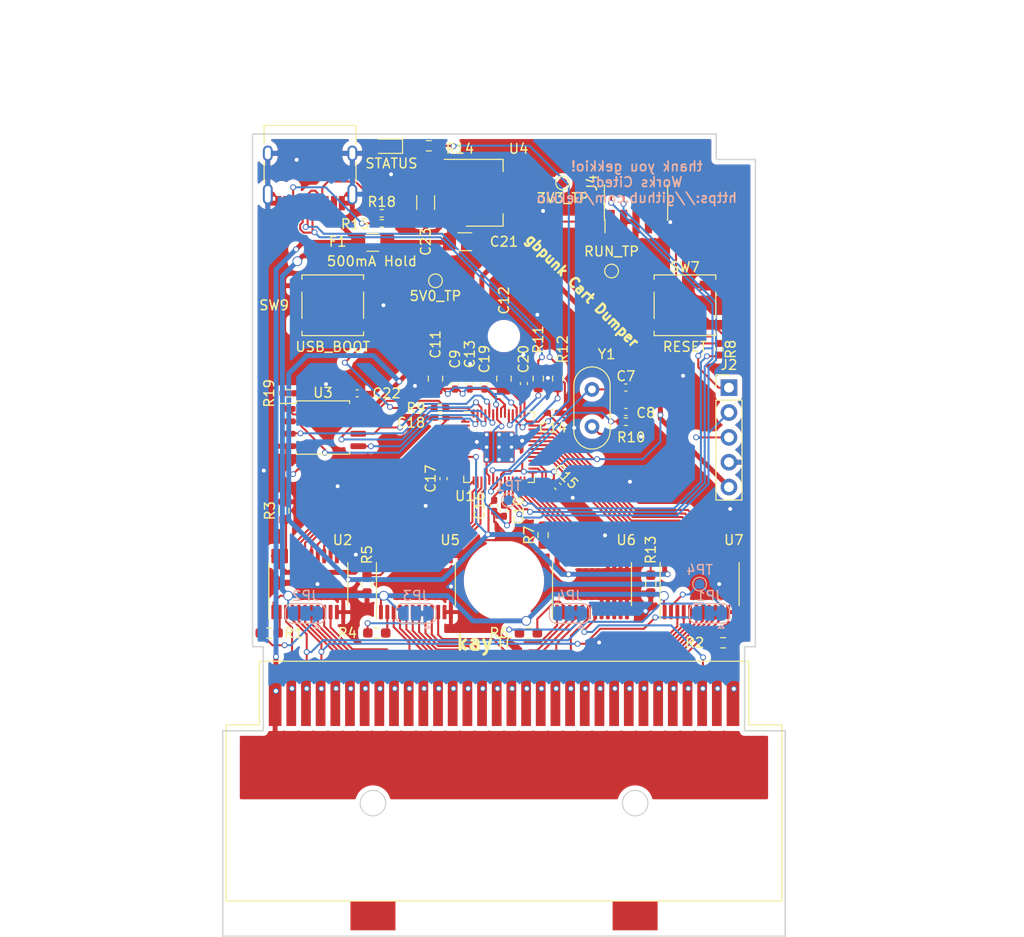
<source format=kicad_pcb>
(kicad_pcb (version 20211014) (generator pcbnew)
  (title_block (title "GB-BRK-CART") (rev "v4.0") (company "https://gekkio.fi"))
  (layers (0 "F.Cu" signal) (31 "B.Cu" signal) (34 "B.Paste" user) (35 "F.Paste" user) (36 "B.SilkS" user "B.Silkscreen") (37 "F.SilkS" user "F.Silkscreen") (38 "B.Mask" user) (39 "F.Mask" user) (44 "Edge.Cuts" user))
  (net 0 "")
  (net 1 "Net-(C7-Pad1)")
  (net 2 "GND")
  (net 3 "Net-(C8-Pad1)")
  (net 4 "+1V1")
  (net 5 "VBUS")
  (net 6 "Net-(D1-Pad1)")
  (net 7 "+5V")
  (net 8 "/CLK")
  (net 9 "/~{WR}")
  (net 10 "/~{RD}")
  (net 11 "/~{CS}")
  (net 12 "/A0")
  (net 13 "/A1")
  (net 14 "/A2")
  (net 15 "/A3")
  (net 16 "/A4")
  (net 17 "/A5")
  (net 18 "/A6")
  (net 19 "/A7")
  (net 20 "/A8")
  (net 21 "/A9")
  (net 22 "/A10")
  (net 23 "/A11")
  (net 24 "/A12")
  (net 25 "/A13")
  (net 26 "/A14")
  (net 27 "/A15")
  (net 28 "/D0")
  (net 29 "/D1")
  (net 30 "/D2")
  (net 31 "/D3")
  (net 32 "/D4")
  (net 33 "/D5")
  (net 34 "/D6")
  (net 35 "/D7")
  (net 36 "/RST")
  (net 37 "Net-(J1-Pad31)")
  (net 38 "/SWDIO")
  (net 39 "/SWCLK")
  (net 43 "/RUN")
  (net 44 "Net-(P1-PadA5)")
  (net 45 "/USB_DP")
  (net 46 "/USB_DM")
  (net 50 "Net-(R1-Pad1)")
  (net 51 "/~{QSPI_CS}")
  (net 52 "/~{USB_BOOT}")
  (net 53 "Net-(R10-Pad2)")
  (net 54 "Net-(R11-Pad2)")
  (net 55 "Net-(R12-Pad2)")
  (net 56 "/QSPI_D3")
  (net 57 "/QSPI_CLK")
  (net 58 "/QSPI_D0")
  (net 59 "/QSPI_D2")
  (net 60 "/QSPI_D1")
  (net 61 "Net-(R3-Pad1)")
  (net 62 "Net-(R4-Pad1)")
  (net 63 "Net-(R5-Pad1)")
  (net 64 "Net-(R6-Pad1)")
  (net 65 "Net-(R7-Pad1)")
  (net 66 "Net-(R13-Pad1)")
  (net 67 "/CLK_L")
  (net 68 "/~{WR_L}")
  (net 69 "/~{RD_L}")
  (net 70 "/~{CS_L}")
  (net 71 "/A0_L")
  (net 72 "/A1_L")
  (net 73 "/A2_L")
  (net 74 "/A3_L")
  (net 75 "/A4_L")
  (net 76 "/A5_L")
  (net 77 "/A6_L")
  (net 78 "/A7_L")
  (net 79 "/A8_L")
  (net 80 "/A9_L")
  (net 81 "/A10_L")
  (net 82 "/A11_L")
  (net 83 "/A12_L")
  (net 84 "/A13_L")
  (net 85 "/A14_L")
  (net 86 "/A15_L")
  (net 87 "/RST_L")
  (net 88 "/D0_L")
  (net 89 "/D1_L")
  (net 90 "/D2_L")
  (net 91 "/D3_L")
  (net 92 "/D4_L")
  (net 93 "/D5_L")
  (net 94 "/D6_L")
  (net 95 "/D7_L")
  (net 96 "+3.3V")
  (net 97 "Net-(R14-Pad2)")
  (net 98 "Net-(JP1-Pad1)")
  (net 99 "Net-(JP2-Pad1)")
  (net 100 "Net-(JP3-Pad1)")
  (net 101 "Net-(JP4-Pad1)")
  (net 102 "unconnected-(R15-Pad1)")
  (footprint "Gekkio_MountingHole:MountingHole_7.2mm" (layer "F.Cu") (at 100 84.65)
    (fp_text reference "MK1" hide)
    (fp_text value "DNF" hide)
  )
  (footprint "Gekkio_MountingHole:MountingHole_2.3mm" (layer "F.Cu") (at 100 59.65)
    (fp_text reference "MK2" hide)
    (fp_text value "DNF" hide)
  )
  (footprint "Capacitor_SMD:C_0402_1005Metric_Pad0.74x0.62mm_HandSolder" (layer "F.Cu") (at 102.04 64.5 90)
    (fp_text reference "C20")
    (fp_text value "100nF" hide)
  )
  (footprint "Capacitor_SMD:C_0402_1005Metric_Pad0.74x0.62mm_HandSolder" (layer "F.Cu") (at 96.5 64.5 90)
    (fp_text reference "C13")
    (fp_text value "100nF" hide)
  )
  (footprint "Package_SO:TSSOP-24_4.4x7.8mm_P0.65mm" (layer "F.Cu") (at 120 85 90)
    (fp_text reference "U7")
    (fp_text value "SN74LVC4245A" hide)
  )
  (footprint "Capacitor_SMD:C_0402_1005Metric_Pad0.74x0.62mm_HandSolder" (layer "F.Cu") (at 93.82 74.22 -90)
    (fp_text reference "C17")
    (fp_text value "100nF" hide)
  )
  (footprint "Capacitor_SMD:C_0402_1005Metric_Pad0.74x0.62mm_HandSolder" (layer "F.Cu") (at 105 67.5)
    (fp_text reference "C14")
    (fp_text value "100nF" hide)
  )
  (footprint "Capacitor_SMD:C_0402_1005Metric_Pad0.74x0.62mm_HandSolder" (layer "F.Cu") (at 85 65.5)
    (fp_text reference "C22")
    (fp_text value "100nF" hide)
  )
  (footprint "Resistor_SMD:R_0402_1005Metric_Pad0.72x0.64mm_HandSolder" (layer "F.Cu") (at 93.4625 67 180)
    (fp_text reference "R9")
    (fp_text value "1k" hide)
  )
  (footprint "Resistor_SMD:R_0603_1608Metric_Pad0.98x0.95mm_HandSolder" (layer "F.Cu") (at 115 85 -90)
    (fp_text reference "R13")
    (fp_text value "1k" hide)
  )
  (footprint "Resistor_SMD:R_0603_1608Metric_Pad0.98x0.95mm_HandSolder" (layer "F.Cu") (at 102.5 90 180)
    (fp_text reference "R6")
    (fp_text value "1k" hide)
  )
  (footprint "Capacitor_SMD:C_1206_3216Metric_Pad1.33x1.80mm_HandSolder" (layer "F.Cu") (at 96 50)
    (fp_text reference "C21")
    (fp_text value "10uF" hide)
  )
  (footprint "TestPoint:TestPoint_Pad_D1.0mm" (layer "F.Cu") (at 111 53)
    (fp_text reference "TP2" hide)
    (fp_text value "RUN_TP")
  )
  (footprint "Capacitor_SMD:C_0805_2012Metric_Pad1.18x1.45mm_HandSolder" (layer "F.Cu") (at 93 64 90)
    (fp_text reference "C11")
    (fp_text value "1uF" hide)
  )
  (footprint "Resistor_SMD:R_0603_1608Metric_Pad0.98x0.95mm_HandSolder" (layer "F.Cu") (at 103.5 64 -90)
    (fp_text reference "R11")
    (fp_text value "27" hide)
  )
  (footprint "Connector_PinHeader_1.27mm:PinHeader_2x05_P1.27mm_Vertical_SMD" (layer "F.Cu") (at 113.5 46 90)
    (fp_text reference "J4")
    (fp_text value "SWD_CONNECTOR" hide)
  )
  (footprint "Resistor_SMD:R_0402_1005Metric_Pad0.72x0.64mm_HandSolder" (layer "F.Cu") (at 78 65.5 180)
    (fp_text reference "R19")
    (fp_text value "10k" hide)
  )
  (footprint "Resistor_SMD:R_0603_1608Metric_Pad0.98x0.95mm_HandSolder" (layer "F.Cu") (at 105.5 64 -90)
    (fp_text reference "R12")
    (fp_text value "27" hide)
  )
  (footprint "Crystal:Crystal_HC52-8mm_Vertical" (layer "F.Cu") (at 109 68.9 90)
    (fp_text reference "Y1")
    (fp_text value "12MHz" hide)
  )
  (footprint "Button_Switch_SMD:SW_SPST_EVPBF" (layer "F.Cu") (at 82.5 56.5)
    (fp_text reference "SW9")
    (fp_text value "USB_BOOT")
  )
  (footprint "Resistor_SMD:R_0603_1608Metric_Pad0.98x0.95mm_HandSolder" (layer "F.Cu") (at 122.4125 91 180)
    (fp_text reference "R2")
    (fp_text value "1k" hide)
  )
  (footprint "Connector_USB:USB_C_Receptacle_HRO_TYPE-C-31-M-12" (layer "F.Cu") (at 80.18 42.02 180)
    (fp_text reference "P1" hide)
    (fp_text value "USB_C_CONNECTOR" hide)
  )
  (footprint "TestPoint:TestPoint_Pad_D1.0mm" (layer "F.Cu") (at 106 44)
    (fp_text reference "TP3" hide)
    (fp_text value "3V3_TP")
  )
  (footprint "Connector_PinHeader_2.54mm:PinHeader_1x05_P2.54mm_Vertical" (layer "F.Cu") (at 123 64.925)
    (fp_text reference "J2")
    (fp_text value "SWD_CONNECTOR")
  )
  (footprint "Capacitor_SMD:C_0402_1005Metric_Pad0.74x0.62mm_HandSolder" (layer "F.Cu") (at 112.46 67.41 180)
    (fp_text reference "C8")
    (fp_text value "27pF" hide)
  )
  (footprint "Resistor_SMD:R_0603_1608Metric_Pad0.98x0.95mm_HandSolder" (layer "F.Cu") (at 86 85 -90)
    (fp_text reference "R5")
    (fp_text value "1k" hide)
  )
  (footprint "gbpunk:gbpunk_aliexpress_gb_connector" (layer "F.Cu") (at 100.01 90.39 180)
    (fp_text reference "J1")
    (fp_text value "CART")
    (fp_circle (center -13.4 -17) (end -12.1 -17) (layer "Edge.Cuts") (width 0.12) (fill none))
    (fp_circle (center 13.4 -17) (end 13.4 -18.3) (layer "Edge.Cuts") (width 0.12) (fill none))
  )
  (footprint "Capacitor_SMD:C_0402_1005Metric_Pad0.74x0.62mm_HandSolder" (layer "F.Cu") (at 99 77 -90)
    (fp_text reference "C16")
    (fp_text value "100nF" hide)
  )
  (footprint "Package_SO:TSSOP-24_4.4x7.8mm_P0.65mm" (layer "F.Cu") (at 109 85 90)
    (fp_text reference "U6")
    (fp_text value "SN74LVC4245A" hide)
  )
  (footprint "Capacitor_SMD:C_0402_1005Metric_Pad0.74x0.62mm_HandSolder" (layer "F.Cu") (at 105.5 75 -45)
    (fp_text reference "C15")
    (fp_text value "100nF" hide)
  )
  (footprint "Resistor_SMD:R_0402_1005Metric_Pad0.72x0.64mm_HandSolder" (layer "F.Cu") (at 87.51 47.1)
    (fp_text reference "R18")
    (fp_text value "56k" hide)
  )
  (footprint "Resistor_SMD:R_0402_1005Metric_Pad0.72x0.64mm_HandSolder" (layer "F.Cu") (at 87.51 48.13)
    (fp_text reference "R15")
    (fp_text value "56k" hide)
  )
  (footprint "Package_SO:SOIC-8_5.23x5.23mm_P1.27mm" (layer "F.Cu") (at 81.5 69)
    (fp_text reference "U3")
    (fp_text value "W25Q128JVS" hide)
  )
  (footprint "Resistor_SMD:R_0603_1608Metric_Pad0.98x0.95mm_HandSolder" (layer "F.Cu") (at 104 80 90)
    (fp_text reference "R7")
    (fp_text value "1k" hide)
  )
  (footprint "Resistor_SMD:R_0603_1608Metric_Pad0.98x0.95mm_HandSolder" (layer "F.Cu") (at 76 90 180)
    (fp_text reference "R1")
    (fp_text value "1k" hide)
  )
  (footprint "Button_Switch_SMD:SW_SPST_EVPBF" (layer "F.Cu") (at 118.5 56.5)
    (fp_text reference "SW7")
    (fp_text value "RESET")
  )
  (footprint "Capacitor_SMD:C_0402_1005Metric_Pad0.74x0.62mm_HandSolder" (layer "F.Cu") (at 98 64.5 90)
    (fp_text reference "C19")
    (fp_text value "100nF" hide)
  )
  (footprint "Package_TO_SOT_SMD:SOT-223-3_TabPin2" (layer "F.Cu") (at 98 45)
    (fp_text reference "U4")
    (fp_text value "NCP1117-3.3_SOT223" hide)
  )
  (footprint "Package_SO:TSSOP-24_4.4x7.8mm_P0.65mm" (layer "F.Cu") (at 80 85 90)
    (fp_text reference "U2")
    (fp_text value "SN74LVC4245A" hide)
  )
  (footprint "Package_SO:TSSOP-24_4.4x7.8mm_P0.65mm" (layer "F.Cu") (at 91 85 90)
    (fp_text reference "U5")
    (fp_text value "SN74LVC4245A" hide)
  )
  (footprint "Resistor_SMD:R_0402_1005Metric_Pad0.72x0.64mm_HandSolder" (layer "F.Cu") (at 122 61 -90)
    (fp_text reference "R8")
    (fp_text value "10k" hide)
  )
  (footprint "gbpunk:RP2040-QFN-56" (layer "F.Cu") (at 99.5 71)
    (fp_text reference "U1")
    (fp_text value "RP2040" hide)
  )
  (footprint "Resistor_SMD:R_0603_1608Metric_Pad0.98x0.95mm_HandSolder" (layer "F.Cu") (at 87 90 180)
    (fp_text reference "R4")
    (fp_text value "1k" hide)
  )
  (footprint "Capacitor_SMD:C_0402_1005Metric_Pad0.74x0.62mm_HandSolder" (layer "F.Cu") (at 112.46 64.91)
    (fp_text reference "C7")
    (fp_text value "27pF" hide)
  )
  (footprint "TestPoint:TestPoint_Pad_D1.0mm" (layer "F.Cu") (at 93 54)
    (fp_text reference "TP5" hide)
    (fp_text value "5V0_TP")
  )
  (footprint "Capacitor_SMD:C_0402_1005Metric_Pad0.74x0.62mm_HandSolder" (layer "F.Cu") (at 93.5 68 180)
    (fp_text reference "C18")
    (fp_text value "100nF" hide)
  )
  (footprint "LED_SMD:LED_0603_1608Metric_Pad1.05x0.95mm_HandSolder" (layer "F.Cu") (at 87.97 40.24 180)
    (fp_text reference "D1" hide)
    (fp_text value "STATUS")
  )
  (footprint "Fuse:Fuse_1206_3216Metric_Pad1.42x1.75mm_HandSolder" (layer "F.Cu") (at 86.59 50.07 180)
    (fp_text reference "F1")
    (fp_text value "500mA Hold")
  )
  (footprint "Capacitor_SMD:C_0402_1005Metric_Pad0.74x0.62mm_HandSolder" (layer "F.Cu") (at 100 77.5 -90)
    (fp_text reference "C10")
    (fp_text value "100nF" hide)
  )
  (footprint "Resistor_SMD:R_0402_1005Metric_Pad0.72x0.64mm_HandSolder" (layer "F.Cu") (at 112.46 68.41 180)
    (fp_text reference "R10")
    (fp_text value "1k" hide)
  )
  (footprint "Capacitor_SMD:C_0402_1005Metric_Pad0.74x0.62mm_HandSolder" (layer "F.Cu") (at 95 64.5 90)
    (fp_text reference "C9")
    (fp_text value "100nF" hide)
  )
  (footprint "Capacitor_SMD:C_0805_2012Metric_Pad1.18x1.45mm_HandSolder" (layer "F.Cu") (at 100 64 90)
    (fp_text reference "C12")
    (fp_text value "1uF" hide)
  )
  (footprint "Resistor_SMD:R_0603_1608Metric_Pad0.98x0.95mm_HandSolder" (layer "F.Cu") (at 92.315 40.2)
    (fp_text reference "R14")
    (fp_text value "330" hide)
  )
  (footprint "Resistor_SMD:R_0603_1608Metric_Pad0.98x0.95mm_HandSolder" (layer "F.Cu") (at 77.5 77.5 90)
    (fp_text reference "R3")
    (fp_text value "1k" hide)
  )
  (footprint "Capacitor_SMD:C_1206_3216Metric_Pad1.33x1.80mm_HandSolder" (layer "F.Cu") (at 92 46 -90)
    (fp_text reference "C23")
    (fp_text value "10uF" hide)
  )
  (footprint "Jumper:SolderJumper-3_P1.3mm_Bridged12_RoundedPad1.0x1.5mm" (layer "B.Cu") (at 121 88 180)
    (fp_text reference "JP1")
    (fp_text value "SWDIR_1")
  )
  (footprint "TestPoint:TestPoint_Pad_D1.0mm" (layer "B.Cu") (at 120 85 180)
    (fp_text reference "TP4")
    (fp_text value "DBUS_DIR_TP")
  )
  (footprint "Jumper:SolderJumper-3_P1.3mm_Bridged12_RoundedPad1.0x1.5mm" (layer "B.Cu") (at 91 88 180)
    (fp_text reference "JP3")
    (fp_text value "SWDIR_1")
  )
  (footprint "Jumper:SolderJumper-3_P1.3mm_Bridged12_RoundedPad1.0x1.5mm" (layer "B.Cu") (at 106.7 88 180)
    (fp_text reference "JP4")
    (fp_text value "SWDIR_1")
  )
  (footprint "Jumper:SolderJumper-3_P1.3mm_Bridged12_RoundedPad1.0x1.5mm" (layer "B.Cu") (at 79.7 88 180)
    (fp_text reference "JP2")
    (fp_text value "SWDIR_0")
  )
  (footprint "TestPoint:TestPoint_Pad_D1.0mm" (layer "B.Cu") (at 100.46 76.42 180)
    (fp_text reference "TP1")
    (fp_text value "1V1_TP")
  )
  (gr_rect (start 78.4 45.08) (end 78.5 45.43) (layer "F.Cu") (width 0.1) (fill none))
  (gr_rect (start 80.88 45.1) (end 80.98 45.41) (layer "F.Cu") (width 0.1) (fill none))
  (gr_rect (start 80.11 49.02) (end 80.62 49.11) (layer "F.Cu") (width 0.1) (fill none))
  (gr_rect (start 80.11 49.03) (end 80.39 49.13) (layer "F.Cu") (width 0.1) (fill none))
  (gr_line (start 125.7 41.6) (end 121.7 41.6) (layer "Edge.Cuts") (width 0.15))
  (gr_line (start 124.6 91.4) (end 125.7 91.4) (layer "Edge.Cuts") (width 0.15))
  (gr_line (start 121.7 39) (end 121.7 41.6) (layer "Edge.Cuts") (width 0.15))
  (gr_line (start 124.6 100) (end 128.75 100) (layer "Edge.Cuts") (width 0.15))
  (gr_line (start 124.6 100) (end 124.6 91.4) (layer "Edge.Cuts") (width 0.15))
  (gr_line (start 125.7 91.4) (end 125.7 41.6) (layer "Edge.Cuts") (width 0.15))
  (gr_line (start 128.75 121) (end 71.25 121) (layer "Edge.Cuts") (width 0.15))
  (gr_line (start 74.3 39) (end 121.7 39) (layer "Edge.Cuts") (width 0.15))
  (gr_line (start 74.3 91.4) (end 74.3 39) (layer "Edge.Cuts") (width 0.15))
  (gr_line (start 75.4 100) (end 75.4 91.4) (layer "Edge.Cuts") (width 0.15))
  (gr_line (start 128.75 100) (end 128.75 121) (layer "Edge.Cuts") (width 0.15))
  (gr_line (start 71.25 121) (end 71.25 100) (layer "Edge.Cuts") (width 0.15))
  (gr_line (start 71.25 100) (end 75.4 100) (layer "Edge.Cuts") (width 0.15))
  (gr_line (start 75.4 91.4) (end 74.3 91.4) (layer "Edge.Cuts") (width 0.15))
  (gr_text "thank you gekkio!\nWorks Cited:\nhttps://github.com/Gekkio" (at 113.58 43.91) (layer "B.SilkS") (effects (font (size 1 1) (thickness 0.175)) (justify mirror)))
  (gr_text "gbpunk Cart Dumper\n" (at 108 55 315) (layer "F.SilkS") (effects (font (size 1 1) (thickness 0.25))))
  (gr_text "kay" (at 97 91) (layer "F.SilkS") (effects (font (size 1.5 1.5) (thickness 0.3))))
  (segment (start 79.519454 49.08) (end 80.081 49.08) (width 0.21) (layer "F.Cu") (net 0))
  (segment (start 79.43 48.009454) (end 79.171 48.268454) (width 0.21) (layer "F.Cu") (net 0))
  (segment (start 79.171 48.731546) (end 79.519454 49.08) (width 0.21) (layer "F.Cu") (net 0))
  (segment (start 79.43 46.065) (end 79.43 48.009454) (width 0.21) (layer "F.Cu") (net 0))
  (segment (start 79.171 48.268454) (end 79.171 48.731546) (width 0.21) (layer "F.Cu") (net 0))
  (segment (start 98.9 74.4375) (end 98.9 73.43) (width 0.21) (layer "F.Cu") (net 1))
  (segment (start 111.8925 64.91) (end 111.7025 65.1) (width 0.21) (layer "F.Cu") (net 1))
  (segment (start 111.7025 65.1) (end 109 65.1) (width 0.21) (layer "F.Cu") (net 1))
  (segment (start 98.9 73.43) (end 98.84 73.37) (width 0.21) (layer "F.Cu") (net 1))
  (via (at 98.84 73.37) (size 0.6) (drill 0.4) (layers "F.Cu" "B.Cu") (net 1))
  (segment (start 102.612555 71.227445) (end 102.607445 71.227445) (width 0.21) (layer "B.Cu") (net 1))
  (segment (start 109 65.1) (end 108.74 65.1) (width 0.21) (layer "B.Cu") (net 1))
  (segment (start 108.74 65.1) (end 102.612555 71.227445) (width 0.21) (layer "B.Cu") (net 1))
  (segment (start 100.464889 73.37) (end 98.84 73.37) (width 0.21) (layer "B.Cu") (net 1))
  (segment (start 102.607445 71.227445) (end 100.464889 73.37) (width 0.21) (layer "B.Cu") (net 1))
  (segment (start 105.5675 67.5) (end 106.23 66.8375) (width 0.21) (layer "F.Cu") (net 2))
  (segment (start 105.65 67.5) (end 107.18 69.03) (width 0.21) (layer "F.Cu") (net 2))
  (segment (start 97.9925 63.9325) (end 96.55 62.49) (width 0.21) (layer "F.Cu") (net 2))
  (segment (start 94.59 85.25) (end 94.59 84.02917) (width 0.21) (layer "F.Cu") (net 2))
  (segment (start 105.7015 63.93) (end 104.49 63.93) (width 0.21) (layer "F.Cu") (net 2))
  (segment (start 100 78.0675) (end 99.5 78.0675) (width 0.21) (layer "F.Cu") (net 2))
  (segment (start 98.5 73.968665) (end 98.5 74.4375) (width 0.21) (layer "F.Cu") (net 2))
  (segment (start 99.5 78.0675) (end 99 77.5675) (width 0.21) (layer "F.Cu") (net 2))
  (segment (start 106.23 64.4585) (end 105.7015 63.93) (width 0.21) (layer "F.Cu") (net 2))
  (segment (start 94.59 84.02917) (end 98.11017 80.509) (width 0.21) (layer "F.Cu") (net 2))
  (segment (start 99 78.638) (end 100.871 80.509) (width 0.21) (layer "F.Cu") (net 2))
  (segment (start 96.5 62.54) (end 96.5 63.9325) (width 0.21) (layer "F.Cu") (net 2))
  (segment (start 98.225 73.685) (end 98.220668 73.689332) (width 0.21) (layer "F.Cu") (net 2))
  (segment (start 96.545 62.495) (end 96.5 62.54) (width 0.21) (layer "F.Cu") (net 2))
  (segment (start 98 63.9325) (end 97.9925 63.9325) (width 0.21) (layer "F.Cu") (net 2))
  (segment (start 98.225 72.275) (end 98.225 73.685) (width 0.21) (layer "F.Cu") (net 2))
  (segment (start 98.220668 73.689332) (end 98.5 73.968665) (width 0.21) (layer "F.Cu") (net 2))
  (segment (start 106.23 66.8375) (end 106.23 64.4585) (width 0.21) (layer "F.Cu") (net 2))
  (segment (start 105.5675 67.5) (end 105.65 67.5) (width 0.21) (layer "F.Cu") (net 2))
  (segment (start 100.871 80.509) (end 102.2925 79.0875) (width 0.21) (layer "F.Cu") (net 2))
  (segment (start 102.2925 79.0875) (end 104 79.0875) (width 0.21) (layer "F.Cu") (net 2))
  (segment (start 99 77.5675) (end 99 78.638) (width 0.21) (layer "F.Cu") (net 2))
  (segment (start 98.11017 80.509) (end 100.871 80.509) (width 0.21) (layer "F.Cu") (net 2))
  (segment (start 96.55 62.49) (end 96.545 62.495) (width 0.21) (layer "F.Cu") (net 2))
  (via (at 114.47 87.76) (size 0.6) (drill 0.4) (layers "F.Cu" "B.Cu") (net 2))
  (via (at 96.545 62.495) (size 0.6) (drill 0.4) (layers "F.Cu" "B.Cu") (net 2))
  (via (at 97.23 70.47) (size 0.6) (drill 0.4) (layers "F.Cu" "B.Cu") (net 2))
  (via (at 107.03 76.18) (size 0.6) (drill 0.4) (layers "F.Cu" "B.Cu") (net 2))
  (via (at 92 77) (size 0.6) (drill 0.4) (layers "F.Cu" "B.Cu") (net 2))
  (via (at 104 46.86) (size 0.6) (drill 0.4) (layers "F.Cu" "B.Cu") (net 2))
  (via (at 104.49 63.93) (size 0.6) (drill 0.4) (layers "F.Cu" "B.Cu") (net 2))
  (via (at 109.73 90.97) (size 0.6) (drill 0.4) (layers "F.Cu" "B.Cu") (net 2))
  (via (at 80.94 85) (size 0.6) (drill 0.4) (layers "F.Cu" "B.Cu") (net 2))
  (via (at 110.33 80.02) (size 0.6) (drill 0.4) (layers "F.Cu" "B.Cu") (net 2))
  (via (at 87.68 56.5) (size 0.6) (drill 0.4) (layers "F.Cu" "B.Cu") (net 2))
  (via (at 84.86 81.99) (size 0.6) (drill 0.4) (layers "F.Cu" "B.Cu") (net 2))
  (via (at 107.18 69.03) (size 0.6) (drill 0.4) (layers "F.Cu" "B.Cu") (net 2))
  (via (at 94.59 85.25) (size 0.6) (drill 0.4) (layers "F.Cu" "B.Cu") (net 2))
  (via (at 112.88 74.54) (size 0.6) (drill 0.4) (layers "F.Cu" "B.Cu") (net 2))
  (via (at 81.81 64.56) (size 0.6) (drill 0.4) (layers "F.Cu" "B.Cu") (net 2))
  (via (at 101.86 70.35) (size 0.6) (drill 0.4) (layers "F.Cu" "B.Cu") (net 2))
  (via (at 114 69.92) (size 0.6) (drill 0.4) (layers "F.Cu" "B.Cu") (net 2))
  (via (at 90.9 64.74) (size 0.6) (drill 0.4) (layers "F.Cu" "B.Cu") (net 2))
  (via (at 122 85) (size 0.6) (drill 0.4) (layers "F.Cu" "B.Cu") (net 2))
  (via (at 83 75) (size 0.6) (drill 0.4) (layers "F.Cu" "B.Cu") (net 2))
  (via (at 101.99 61.56) (size 0.6) (drill 0.4) (layers "F.Cu" "B.Cu") (net 2))
  (via (at 75.45 73.4) (size 0.6) (drill 0.4) (layers "F.Cu" "B.Cu") (net 2))
  (via (at 117 48) (size 0.6) (drill 0.4) (layers "F.Cu" "B.Cu") (net 2))
  (via (at 118.31 63.71) (size 0.6) (drill 0.4) (layers "F.Cu" "B.Cu") (net 2))
  (via (at 88.46 43.11) (size 0.6) (drill 0.4) (layers "F.Cu" "B.Cu") (net 2))
  (via (at 123.13 77.32) (size 0.6) (drill 0.4) (layers "F.Cu" "B.Cu") (net 2))
  (via (at 103.41 57.47) (size 0.6) (drill 0.4) (layers "F.Cu" "B.Cu") (net 2))
  (via (at 78.81 41.63) (size 0.6) (drill 0.4) (layers "F.Cu" "B.Cu") (net 2))
  (segment (start 97.76 71) (end 97.23 70.47) (width 0.5) (layer "B.Cu") (net 2))
  (segment (start 97.615 69.725) (end 97.615 70.075) (width 0.5) (layer "B.Cu") (net 2))
  (segment (start 101.27 69.76) (end 101.27 68.79117) (width 0.21) (layer "B.Cu") (net 2))
  (segment (start 96.85 70.09) (end 97.23 70.47) (width 0.5) (layer "B.Cu") (net 2))
  (segment (start 100.46 69.7) (end 100.75 69.7) (width 0.5) (layer "B.Cu") (net 2))
  (segment (start 101.27 68.79117) (end 104.49 65.57117) (width 0.21) (layer "B.Cu") (net 2))
  (segment (start 100.775 71) (end 100.775 72.275) (width 0.5) (layer "B.Cu") (net 2))
  (segment (start 99.5 69.725) (end 100.775 71) (width 0.5) (layer "B.Cu") (net 2))
  (segment (start 100.775 69.725) (end 100.775 71) (width 0.5) (layer "B.Cu") (net 2))
  (segment (start 98.225 69.725) (end 98.225 71) (width 0.5) (layer "B.Cu") (net 2))
  (segment (start 98.225 71) (end 98.225 72.275) (width 0.5) (layer "B.Cu") (net 2))
  (segment (start 99.5 71) (end 100.775 71) (width 0.5) (layer "B.Cu") (net 2))
  (segment (start 99.5 71) (end 100.775 69.725) (width 0.5) (layer "B.Cu") (net 2))
  (segment (start 101.21 71) (end 100.775 71) (width 0.5) (layer "B.Cu") (net 2))
  (segment (start 100.75 69.7) (end 100.775 69.725) (width 0.5) (layer "B.Cu") (net 2))
  (segment (start 101.86 70.35) (end 101.21 71) (width 0.5) (layer "B.Cu") (net 2))
  (segment (start 99.5 72.275) (end 100.775 71) (width 0.5) (layer "B.Cu") (net 2))
  (segment (start 98.225 72.275) (end 98.225 71.465) (width 0.5) (layer "B.Cu") (net 2))
  (segment (start 98.225 71.465) (end 97.76 71) (width 0.5) (layer "B.Cu") (net 2))
  (segment (start 100.775 72.275) (end 99.5 72.275) (width 0.5) (layer "B.Cu") (net 2))
  (segment (start 100.435 69.725) (end 100.46 69.7) (width 0.5) (layer "B.Cu") (net 2))
  (segment (start 97.615 70.075) (end 97.57 70.12) (width 0.5) (layer "B.Cu") (net 2))
  (segment (start 99.5 71) (end 100.775 72.275) (width 0.5) (layer "B.Cu") (net 2))
  (segment (start 101.86 70.35) (end 101.27 69.76) (width 0.21) (layer "B.Cu") (net 2))
  (segment (start 96.885 69.725) (end 96.85 69.76) (width 0.5) (layer "B.Cu") (net 2))
  (segment (start 99.5 71) (end 99.5 69.725) (width 0.5) (layer "B.Cu") (net 2))
  (segment (start 96.85 69.76) (end 96.85 70.09) (width 0.5) (layer "B.Cu") (net 2))
  (segment (start 99.5 69.725) (end 100.435 69.725) (width 0.5) (layer "B.Cu") (net 2))
  (segment (start 104.49 65.57117) (end 104.49 63.93) (width 0.21) (layer "B.Cu") (net 2))
  (segment (start 99.5 72.275) (end 99.5 71) (width 0.5) (layer "B.Cu") (net 2))
  (segment (start 97.615 69.725) (end 96.885 69.725) (width 0.5) (layer "B.Cu") (net 2))
  (segment (start 98.225 71) (end 97.76 71) (width 0.5) (layer "B.Cu") (net 2))
  (segment (start 98.225 69.725) (end 97.615 69.725) (width 0.5) (layer "B.Cu") (net 2))
  (segment (start 111.8175 69.65) (end 109.75 69.65) (width 0.21) (layer "F.Cu") (net 3))
  (segment (start 109.75 69.65) (end 109 68.9) (width 0.21) (layer "F.Cu") (net 3))
  (segment (start 113.0275 68.38) (end 113.0575 68.41) (width 0.21) (layer "F.Cu") (net 3))
  (segment (start 113.0575 68.41) (end 111.8175 69.65) (width 0.21) (layer "F.Cu") (net 3))
  (segment (start 113.0275 67.41) (end 113.0275 68.38) (width 0.21) (layer "F.Cu") (net 3))
  (segment (start 100 76.9325) (end 100.1425 76.9325) (width 0.21) (layer "F.Cu") (net 4))
  (segment (start 99.3 66.755059) (end 99.189339 66.644398) (width 0.21) (layer "F.Cu") (net 4))
  (segment (start 99.3 67.5625) (end 99.3 68.17117) (width 0.21) (layer "F.Cu") (net 4))
  (segment (start 100.1 76.8325) (end 100 76.9325) (width 0.21) (layer "F.Cu") (net 4))
  (segment (start 101.3 67.5625) (end 101.3 67) (width 0.21) (layer "F.Cu") (net 4))
  (segment (start 94.97 65.0375) (end 95 65.0675) (width 0.21) (layer "F.Cu") (net 4))
  (segment (start 99.3 67.5625) (end 99.3 66.755059) (width 0.21) (layer "F.Cu") (net 4))
  (segment (start 93 65.0375) (end 94.97 65.0375) (width 0.21) (layer "F.Cu") (net 4))
  (segment (start 101.3 67) (end 100.74 66.44) (width 0.21) (layer "F.Cu") (net 4))
  (segment (start 95 65.0675) (end 95.2975 65.0675) (width 0.21) (layer "F.Cu") (net 4))
  (segment (start 93 65.0375) (end 93.7375 65.0375) (width 0.21) (layer "F.Cu") (net 4))
  (segment (start 99.3 68.17117) (end 99.740443 68.611613) (width 0.21) (layer "F.Cu") (net 4))
  (segment (start 99.740443 68.611613) (end 99.740443 68.869557) (width 0.21) (layer "F.Cu") (net 4))
  (segment (start 93.7375 65.0375) (end 94.26 65.56) (width 0.21) (layer "F.Cu") (net 4))
  (segment (start 100.1 74.4375) (end 100.1 76.8325) (width 0.21) (layer "F.Cu") (net 4))
  (segment (start 95.2975 65.0675) (end 95.78 65.55) (width 0.21) (layer "F.Cu") (net 4))
  (segment (start 100.66 77.45) (end 100.66 78.65) (width 0.21) (layer "F.Cu") (net 4))
  (segment (start 100.66 78.65) (end 100.31 79) (width 0.21) (layer "F.Cu") (net 4))
  (segment (start 100.1425 76.9325) (end 100.66 77.45) (width 0.21) (layer "F.Cu") (net 4))
  (via (at 95.78 65.55) (size 0.6) (drill 0.4) (layers "F.Cu" "B.Cu") (net 4))
  (via (at 100.74 66.44) (size 0.6) (drill 0.4) (layers "F.Cu" "B.Cu") (net 4))
  (via (at 94.26 65.56) (size 0.6) (drill 0.4) (layers "F.Cu" "B.Cu") (net 4))
  (via (at 99.740443 68.869557) (size 0.6) (drill 0.4) (layers "F.Cu" "B.Cu") (net 4))
  (via (at 100.31 79) (size 0.6) (drill 0.4) (layers "F.Cu" "B.Cu") (net 4))
  (via (at 99.189339 66.644398) (size 0.6) (drill 0.4) (layers "F.Cu" "B.Cu") (net 4))
  (segment (start 95.78 65.47) (end 96.31 64.94) (width 0.21) (layer "B.Cu") (net 4))
  (segment (start 99.740443 68.869557) (end 99.390443 68.869557) (width 0.21) (layer "B.Cu") (net 4))
  (segment (start 99.86 65.56) (end 100.74 66.44) (width 0.21) (layer "B.Cu") (net 4))
  (segment (start 98.92 72.37) (end 98.92 69.34) (width 0.21) (layer "B.Cu") (net 4))
  (segment (start 99.189339 66.644398) (end 99.189339 65.839339) (width 0.21) (layer "B.Cu") (net 4))
  (segment (start 96.31 64.94) (end 98.29 64.94) (width 0.21) (layer "B.Cu") (net 4))
  (segment (start 98.91 65.56) (end 99.86 65.56) (width 0.21) (layer "B.Cu") (net 4))
  (segment (start 99.390443 68.869557) (end 98.92 69.34) (width 0.21) (layer "B.Cu") (net 4))
  (segment (start 95.78 65.55) (end 95.78 65.47) (width 0.21) (layer "B.Cu") (net 4))
  (segment (start 98.04 76.73) (end 98.04 73.25) (width 0.21) (layer "B.Cu") (net 4))
  (segment (start 99.189339 65.839339) (end 98.91 65.56) (width 0.21) (layer "B.Cu") (net 4))
  (segment (start 98.29 64.94) (end 98.91 65.56) (width 0.21) (layer "B.Cu") (net 4))
  (segment (start 100.31 79) (end 98.04 76.73) (width 0.21) (layer "B.Cu") (net 4))
  (segment (start 94.26 65.56) (end 94.88 64.94) (width 0.21) (layer "B.Cu") (net 4))
  (segment (start 94.88 64.94) (end 96.31 64.94) (width 0.21) (layer "B.Cu") (net 4))
  (segment (start 98.04 73.25) (end 98.92 72.37) (width 0.21) (layer "B.Cu") (net 4))
  (segment (start 82.63 47.5975) (end 85.1025 50.07) (width 0.5) (layer "F.Cu") (net 5))
  (segment (start 77.73 48.4) (end 79.4 50.07) (width 0.5) (layer "F.Cu") (net 5))
  (segment (start 82.63 46.065) (end 82.63 47.5975) (width 0.5) (layer "F.Cu") (net 5))
  (segment (start 77.73 46.065) (end 77.73 48.4) (width 0.5) (layer "F.Cu") (net 5))
  (segment (start 76.69 92.44) (end 76.7 92.43) (width 0.5) (layer "F.Cu") (net 5))
  (segment (start 78.75 50.78) (end 79.4 50.13) (width 0.5) (layer "F.Cu") (net 5))
  (segment (start 79.4 50.13) (end 79.4 50.07) (width 0.5) (layer "F.Cu") (net 5))
  (segment (start 79.4 50.07) (end 85.1025 50.07) (width 0.5) (layer "F.Cu") (net 5))
  (segment (start 76.69 95.93) (end 76.69 92.44) (width 0.5) (layer "F.Cu") (net 5))
  (via (at 76.7 92.43) (size 0.6) (drill 0.4) (layers "F.Cu" "B.Cu") (net 5))
  (via (at 78.75 50.78) (size 0.6) (drill 0.4) (layers "F.Cu" "B.Cu") (net 5))
  (via (at 76.69 95.93) (size 0.6) (drill 0.4) (layers "F.Cu" "B.Cu") (net 5))
  (via (at 123.5 95.71) (size 0.6) (drill 0.4) (layers "F.Cu" "B.Cu") (net 5))
  (segment (start 76.7 92.43) (end 76.7 90.68) (width 0.5) (layer "B.Cu") (net 5))
  (segment (start 76.7 90.68) (end 76.7 52.83) (width 0.5) (layer "B.Cu") (net 5))
  (segment (start 76.7 52.83) (end 78.75 50.78) (width 0.5) (layer "B.Cu") (net 5))
  (segment (start 91.3625 40.24) (end 91.4025 40.2) (width 0.21) (layer "F.Cu") (net 6))
  (segment (start 88.845 40.24) (end 91.3625 40.24) (width 0.21) (layer "F.Cu") (net 6))
  (segment (start 94.3675 50.07) (end 94.4375 50) (width 0.5) (layer "F.Cu") (net 7))
  (segment (start 79.43 51.45) (end 78.88 52) (width 0.5) (layer "F.Cu") (net 7))
  (segment (start 116.35 87.7875) (end 116.425 87.8625) (width 0.21) (layer "F.Cu") (net 7))
  (segment (start 88.0775 50.07) (end 94.3675 50.07) (width 0.5) (layer "F.Cu") (net 7))
  (segment (start 87.425 86.475) (end 87.71 86.19) (width 0.21) (layer "F.Cu") (net 7))
  (segment (start 87.425 87.8625) (end 87.425 86.475) (width 0.21) (layer "F.Cu") (net 7))
  (segment (start 93 51.4375) (end 93 54) (width 0.21) (layer "F.Cu") (net 7))
  (segment (start 79.78 51.45) (end 79.43 51.45) (width 0.5) (layer "F.Cu") (net 7))
  (segment (start 94.4375 47.7125) (end 94.85 47.3) (width 0.5) (layer "F.Cu") (net 7))
  (segment (start 116.35 86.21) (end 116.35 87.7875) (width 0.21) (layer "F.Cu") (net 7))
  (segment (start 86.6975 51.45) (end 79.78 51.45) (width 0.5) (layer "F.Cu") (net 7))
  (segment (start 94.4375 50) (end 94.4375 47.7125) (width 0.5) (layer "F.Cu") (net 7))
  (segment (start 105.425 89.24293) (end 103.69793 90.97) (width 0.21) (layer "F.Cu") (net 7))
  (segment (start 103.69793 90.97) (end 102.11 90.97) (width 0.21) (layer "F.Cu") (net 7))
  (segment (start 88.0775 50.07) (end 86.6975 51.45) (width 0.5) (layer "F.Cu") (net 7))
  (segment (start 76.425 87.8625) (end 76.45 87.8375) (width 0.21) (layer "F.Cu") (net 7))
  (segment (start 105.425 87.8625) (end 105.425 89.24293) (width 0.21) (layer "F.Cu") (net 7))
  (segment (start 76.45 86.89) (end 77.15 86.19) (width 0.21) (layer "F.Cu") (net 7))
  (segment (start 94.4375 50) (end 93 51.4375) (width 0.21) (layer "F.Cu") (net 7))
  (segment (start 77.15 86.19) (end 77.95 86.19) (width 0.21) (layer "F.Cu") (net 7))
  (segment (start 76.45 87.8375) (end 76.45 86.89) (width 0.21) (layer "F.Cu") (net 7))
  (via (at 78.88 52) (size 1) (drill 0.8) (layers "F.Cu" "B.Cu") (net 7))
  (via (at 116.35 86.21) (size 1) (drill 0.8) (layers "F.Cu" "B.Cu") (net 7))
  (via (at 77.95 86.19) (size 1) (drill 0.8) (layers "F.Cu" "B.Cu") (net 7))
  (via (at 87.71 86.19) (size 1) (drill 0.8) (layers "F.Cu" "B.Cu") (net 7))
  (via (at 102.28 88.76) (size 1) (drill 0.8) (layers "F.Cu" "B.Cu") (net 7))
  (segment (start 78.88 52) (end 77.35 53.53) (width 0.5) (layer "B.Cu") (net 7))
  (segment (start 87.71 86.19) (end 94.25 86.19) (width 0.5) (layer "B.Cu") (net 7))
  (segment (start 105 86.04) (end 116.18 86.04) (width 0.5) (layer "B.Cu") (net 7))
  (segment (start 116.18 86.04) (end 116.35 86.21) (width 0.5) (layer "B.Cu") (net 7))
  (segment (start 77.35 53.53) (end 77.35 56.95) (width 0.5) (layer "B.Cu") (net 7))
  (segment (start 77.35 85.59) (end 77.95 86.19) (width 0.5) (layer "B.Cu") (net 7))
  (segment (start 77.95 87.55) (end 78.4 88) (width 0.21) (layer "B.Cu") (net 7))
  (segment (start 77.95 86.19) (end 77.95 87.55) (width 0.21) (layer "B.Cu") (net 7))
  (segment (start 105 86.04) (end 105 87.6) (width 0.21) (layer "B.Cu") (net 7))
  (segment (start 77.95 86.19) (end 87.71 86.19) (width 0.5) (layer "B.Cu") (net 7))
  (segment (start 89.7 88) (end 89.52 88) (width 0.21) (layer "B.Cu") (net 7))
  (segment (start 102.28 88.76) (end 105 86.04) (width 0.5) (layer "B.Cu") (net 7))
  (segment (start 94.25 86.19) (end 96.25 88.19) (width 0.5) (layer "B.Cu") (net 7))
  (segment (start 96.82 88.76) (end 101.3 88.76) (width 0.5) (layer "B.Cu") (net 7))
  (segment (start 105 87.6) (end 105.4 88) (width 0.21) (layer "B.Cu") (net 7))
  (segment (start 77.35 56.95) (end 77.35 85.59) (width 0.5) (layer "B.Cu") (net 7))
  (segment (start 89.52 88) (end 87.71 86.19) (width 0.21) (layer "B.Cu") (net 7))
  (segment (start 101.3 88.76) (end 102.28 88.76) (width 0.5) (layer "B.Cu") (net 7))
  (segment (start 96.25 88.19) (end 96.82 88.76) (width 0.5) (layer "B.Cu") (net 7))
  (segment (start 77.725 87.8625) (end 77.725 88.835) (width 0.21) (layer "F.Cu") (net 8))
  (segment (start 78.34 95.68) (end 78.34 95.67) (width 0.21) (layer "F.Cu") (net 8))
  (segment (start 78.34 95.67) (end 78.34 89.45) (width 0.21) (layer "F.Cu") (net 8))
  (segment (start 78.34 89.45) (end 77.725 88.835) (width 0.21) (layer "F.Cu") (net 8))
  (via (at 78.34 95.67) (size 0.6) (drill 0.4) (layers "F.Cu" "B.Cu") (net 8))
  (segment (start 79.84 95.68) (end 79.84 91.95) (width 0.21) (layer "F.Cu") (net 9))
  (segment (start 79.84 91.95) (end 79.84 90.13) (width 0.21) (layer "F.Cu") (net 9))
  (segment (start 79.84 90.13) (end 78.375 88.665) (width 0.21) (layer "F.Cu") (net 9))
  (segment (start 78.375 87.8625) (end 78.375 88.665) (width 0.21) (layer "F.Cu") (net 9))
  (via (at 79.84 91.95) (size 0.6) (drill 0.4) (layers "F.Cu" "B.Cu") (net 9))
  (via (at 79.84 95.68) (size 0.6) (drill 0.4) (layers "F.Cu" "B.Cu") (net 9))
  (segment (start 120.355626 86.995) (end 116.025546 86.995) (width 0.21) (layer "B.Cu") (net 9))
  (segment (start 121 88) (end 121 87.639374) (width 0.21) (layer "B.Cu") (net 9))
  (segment (start 80.3 91.95) (end 79.84 91.95) (width 0.21) (layer "B.Cu") (net 9))
  (segment (start 108.449386 88.860614) (end 106.57 90.74) (width 0.21) (layer "B.Cu") (net 9))
  (segment (start 81.51 90.74) (end 80.3 91.95) (width 0.21) (layer "B.Cu") (net 9))
  (segment (start 114.159932 88.860614) (end 108.449386 88.860614) (width 0.21) (layer "B.Cu") (net 9))
  (segment (start 116.025546 86.995) (end 114.159932 88.860614) (width 0.21) (layer "B.Cu") (net 9))
  (segment (start 121 87.639374) (end 120.355626 86.995) (width 0.21) (layer "B.Cu") (net 9))
  (segment (start 106.57 90.74) (end 81.51 90.74) (width 0.21) (layer "B.Cu") (net 9))
  (segment (start 107.52 91.1) (end 108.32 91.1) (width 0.21) (layer "F.Cu") (net 10))
  (segment (start 81.34 91.097348) (end 79.025 88.782348) (width 0.21) (layer "F.Cu") (net 10))
  (segment (start 79.025 88.782348) (end 79.025 87.8625) (width 0.21) (layer "F.Cu") (net 10))
  (segment (start 81.34 95.68) (end 81.34 91.91) (width 0.21) (layer "F.Cu") (net 10))
  (segment (start 108.32 91.1) (end 109.85 89.57) (width 0.21) (layer "F.Cu") (net 10))
  (segment (start 109.85 89.57) (end 114.309254 89.57) (width 0.21) (layer "F.Cu") (net 10))
  (segment (start 114.309254 89.57) (end 115.476706 88.402548) (width 0.21) (layer "F.Cu") (net 10))
  (segment (start 81.34 91.91) (end 81.34 91.097348) (width 0.21) (layer "F.Cu") (net 10))
  (via (at 81.34 91.91) (size 0.6) (drill 0.4) (layers "F.Cu" "B.Cu") (net 10))
  (via (at 107.52 91.1) (size 0.6) (drill 0.4) (layers "F.Cu" "B.Cu") (net 10))
  (via (at 81.34 95.68) (size 0.6) (drill 0.4) (layers "F.Cu" "B.Cu") (net 10))
  (via (at 115.476706 88.402548) (size 0.6) (drill 0.4) (layers "F.Cu" "B.Cu") (net 10))
  (segment (start 119.297452 88.402548) (end 119.7 88) (width 0.21) (layer "B.Cu") (net 10))
  (segment (start 82.15 91.1) (end 81.34 91.91) (width 0.21) (layer "B.Cu") (net 10))
  (segment (start 115.476706 88.402548) (end 119.297452 88.402548) (width 0.21) (layer "B.Cu") (net 10))
  (segment (start 107.52 91.1) (end 82.15 91.1) (width 0.21) (layer "B.Cu") (net 10))
  (segment (start 82.84 92.088232) (end 79.675 88.923232) (width 0.21) (layer "F.Cu") (net 11))
  (segment (start 79.675 88.923232) (end 79.675 87.8625) (width 0.21) (layer "F.Cu") (net 11))
  (segment (start 82.84 95.68) (end 82.84 92.088232) (width 0.21) (layer "F.Cu") (net 11))
  (via (at 82.84 95.68) (size 0.6) (drill 0.4) (layers "F.Cu" "B.Cu") (net 11))
  (segment (start 80.325 89.064116) (end 80.325 87.8625) (width 0.21) (layer "F.Cu") (net 12))
  (segment (start 84.34 95.68) (end 84.34 93.079116) (width 0.21) (layer "F.Cu") (net 12))
  (segment (start 84.34 93.079116) (end 80.325 89.064116) (width 0.21) (layer "F.Cu") (net 12))
  (via (at 84.34 95.68) (size 0.6) (drill 0.4) (layers "F.Cu" "B.Cu") (net 12))
  (segment (start 85.01 92.56) (end 85.84 93.39) (width 0.21) (layer "F.Cu") (net 13))
  (segment (start 85.84 93.39) (end 85.84 95.68) (width 0.21) (layer "F.Cu") (net 13))
  (segment (start 80.975 89.205) (end 84.33 92.56) (width 0.21) (layer "F.Cu") (net 13))
  (segment (start 84.33 92.56) (end 85.01 92.56) (width 0.21) (layer "F.Cu") (net 13))
  (segment (start 80.975 87.8625) (end 80.975 89.205) (width 0.21) (layer "F.Cu") (net 13))
  (via (at 85.84 95.68) (size 0.6) (drill 0.4) (layers "F.Cu" "B.Cu") (net 13))
  (segment (start 86 92.11) (end 87.34 93.45) (width 0.21) (layer "F.Cu") (net 14))
  (segment (start 81.625 89.305) (end 84.43 92.11) (width 0.21) (layer "F.Cu") (net 14))
  (segment (start 87.34 93.45) (end 87.34 95.68) (width 0.21) (layer "F.Cu") (net 14))
  (segment (start 84.43 92.11) (end 86 92.11) (width 0.21) (layer "F.Cu") (net 14))
  (segment (start 81.625 87.8625) (end 81.625 89.305) (width 0.21) (layer "F.Cu") (net 14))
  (via (at 87.34 95.68) (size 0.6) (drill 0.4) (layers "F.Cu" "B.Cu") (net 14))
  (segment (start 82.275 89.435) (end 84.51 91.67) (width 0.21) (layer "F.Cu") (net 15))
  (segment (start 88.84 92.49) (end 88.84 95.68) (width 0.21) (layer "F.Cu") (net 15))
  (segment (start 84.51 91.67) (end 88.02 91.67) (width 0.21) (layer "F.Cu") (net 15))
  (segment (start 82.275 87.8625) (end 82.275 89.435) (width 0.21) (layer "F.Cu") (net 15))
  (segment (start 88.02 91.67) (end 88.84 92.49) (width 0.21) (layer "F.Cu") (net 15))
  (via (at 88.84 95.68) (size 0.6) (drill 0.4) (layers "F.Cu" "B.Cu") (net 15))
  (segment (start 88.725 87.8625) (end 88.725 89.384117) (width 0.21) (layer "F.Cu") (net 16))
  (segment (start 88.725 89.384117) (end 90.34 90.999116) (width 0.21) (layer "F.Cu") (net 16))
  (segment (start 90.34 90.999116) (end 90.34 95.68) (width 0.21) (layer "F.Cu") (net 16))
  (via (at 90.34 95.68) (size 0.6) (drill 0.4) (layers "F.Cu" "B.Cu") (net 16))
  (segment (start 91.84 95.68) (end 91.84 91.99) (width 0.21) (layer "F.Cu") (net 17))
  (segment (start 89.375 89.525) (end 89.375 87.8625) (width 0.21) (layer "F.Cu") (net 17))
  (segment (start 91.84 91.99) (end 89.375 89.525) (width 0.21) (layer "F.Cu") (net 17))
  (via (at 91.84 95.68) (size 0.6) (drill 0.4) (layers "F.Cu" "B.Cu") (net 17))
  (segment (start 90.025 89.623232) (end 93.34 92.938232) (width 0.21) (layer "F.Cu") (net 18))
  (segment (start 90.025 87.8625) (end 90.025 89.623232) (width 0.21) (layer "F.Cu") (net 18))
  (segment (start 93.34 92.938232) (end 93.34 95.68) (width 0.21) (layer "F.Cu") (net 18))
  (via (at 93.34 95.68) (size 0.6) (drill 0.4) (layers "F.Cu" "B.Cu") (net 18))
  (segment (start 93.79 92.06) (end 94.84 93.11) (width 0.21) (layer "F.Cu") (net 19))
  (segment (start 90.675 89.764116) (end 92.970884 92.06) (width 0.21) (layer "F.Cu") (net 19))
  (segment (start 94.84 93.11) (end 94.84 95.68) (width 0.21) (layer "F.Cu") (net 19))
  (segment (start 92.970884 92.06) (end 93.79 92.06) (width 0.21) (layer "F.Cu") (net 19))
  (segment (start 90.675 87.8625) (end 90.675 89.764116) (width 0.21) (layer "F.Cu") (net 19))
  (via (at 94.84 95.68) (size 0.6) (drill 0.4) (layers "F.Cu" "B.Cu") (net 19))
  (segment (start 93.115884 91.695884) (end 95.625884 91.695884) (width 0.21) (layer "F.Cu") (net 20))
  (segment (start 91.325 89.905) (end 93.115884 91.695884) (width 0.21) (layer "F.Cu") (net 20))
  (segment (start 96.34 92.41) (end 96.34 95.68) (width 0.21) (layer "F.Cu") (net 20))
  (segment (start 91.325 87.8625) (end 91.325 89.905) (width 0.21) (layer "F.Cu") (net 20))
  (segment (start 95.625884 91.695884) (end 96.34 92.41) (width 0.21) (layer "F.Cu") (net 20))
  (via (at 96.34 95.68) (size 0.6) (drill 0.4) (layers "F.Cu" "B.Cu") (net 20))
  (segment (start 96.365884 91.335884) (end 97.84 92.81) (width 0.21) (layer "F.Cu") (net 21))
  (segment (start 91.975 90.025) (end 93.285884 91.335884) (width 0.21) (layer "F.Cu") (net 21))
  (segment (start 93.285884 91.335884) (end 96.365884 91.335884) (width 0.21) (layer "F.Cu") (net 21))
  (segment (start 91.975 87.8625) (end 91.975 90.025) (width 0.21) (layer "F.Cu") (net 21))
  (segment (start 97.84 92.81) (end 97.84 95.68) (width 0.21) (layer "F.Cu") (net 21))
  (via (at 97.84 95.68) (size 0.6) (drill 0.4) (layers "F.Cu" "B.Cu") (net 21))
  (segment (start 99.34 95.68) (end 99.34 92.9) (width 0.21) (layer "F.Cu") (net 22))
  (segment (start 96.695884 90.975884) (end 98.04 92.32) (width 0.21) (layer "F.Cu") (net 22))
  (segment (start 98.04 92.32) (end 98.76 92.32) (width 0.21) (layer "F.Cu") (net 22))
  (segment (start 99.34 92.9) (end 98.76 92.32) (width 0.21) (layer "F.Cu") (net 22))
  (segment (start 92.625 87.8625) (end 92.625 90.165884) (width 0.21) (layer "F.Cu") (net 22))
  (segment (start 92.625 90.165884) (end 93.435 90.975884) (width 0.21) (layer "F.Cu") (net 22))
  (segment (start 93.435 90.975884) (end 96.695884 90.975884) (width 0.21) (layer "F.Cu") (net 22))
  (via (at 99.34 95.68) (size 0.6) (drill 0.4) (layers "F.Cu" "B.Cu") (net 22))
  (segment (start 93.275 90.185) (end 93.705884 90.615884) (width 0.21) (layer "F.Cu") (net 23))
  (segment (start 100.85 92.58) (end 100.84 92.59) (width 0.21) (layer "F.Cu") (net 23))
  (segment (start 98.885884 90.615884) (end 100.85 92.58) (width 0.21) (layer "F.Cu") (net 23))
  (segment (start 93.705884 90.615884) (end 98.885884 90.615884) (width 0.21) (layer "F.Cu") (net 23))
  (segment (start 93.275 87.8625) (end 93.275 90.185) (width 0.21) (layer "F.Cu") (net 23))
  (segment (start 100.84 92.59) (end 100.84 95.68) (width 0.21) (layer "F.Cu") (net 23))
  (via (at 100.84 95.68) (size 0.6) (drill 0.4) (layers "F.Cu" "B.Cu") (net 23))
  (segment (start 106.725 88.452046) (end 103.407046 91.77) (width 0.21) (layer "F.Cu") (net 24))
  (segment (start 102.62 91.77) (end 102.34 92.05) (width 0.21) (layer "F.Cu") (net 24))
  (segment (start 103.407046 91.77) (end 102.62 91.77) (width 0.21) (layer "F.Cu") (net 24))
  (segment (start 102.34 92.05) (end 102.34 95.68) (width 0.21) (layer "F.Cu") (net 24))
  (segment (start 106.725 87.8625) (end 106.725 88.452046) (width 0.21) (layer "F.Cu") (net 24))
  (via (at 102.34 95.68) (size 0.6) (drill 0.4) (layers "F.Cu" "B.Cu") (net 24))
  (segment (start 107.375 88.452046) (end 107.375 87.8625) (width 0.21) (layer "F.Cu") (net 25))
  (segment (start 103.84 95.68) (end 103.84 91.987046) (width 0.21) (layer "F.Cu") (net 25))
  (segment (start 103.84 91.987046) (end 107.375 88.452046) (width 0.21) (layer "F.Cu") (net 25))
  (via (at 103.84 95.68) (size 0.6) (drill 0.4) (layers "F.Cu" "B.Cu") (net 25))
  (segment (start 105.35 92.48) (end 105.34 92.49) (width 0.21) (layer "F.Cu") (net 26))
  (segment (start 105.35 91.127046) (end 105.35 92.48) (width 0.21) (layer "F.Cu") (net 26))
  (segment (start 105.34 92.49) (end 105.34 95.68) (width 0.21) (layer "F.Cu") (net 26))
  (segment (start 108.025 88.452046) (end 105.35 91.127046) (width 0.21) (layer "F.Cu") (net 26))
  (via (at 105.34 95.68) (size 0.6) (drill 0.4) (layers "F.Cu" "B.Cu") (net 26))
  (segment (start 106.84 90.287046) (end 108.675 88.452046) (width 0.21) (layer "F.Cu") (net 27))
  (segment (start 108.675 88.452046) (end 108.675 87.8625) (width 0.21) (layer "F.Cu") (net 27))
  (segment (start 106.84 95.68) (end 106.84 90.287046) (width 0.21) (layer "F.Cu") (net 27))
  (via (at 106.84 95.68) (size 0.6) (drill 0.4) (layers "F.Cu" "B.Cu") (net 27))
  (segment (start 110.5 92.260884) (end 109.509116 92.260884) (width 0.21) (layer "F.Cu") (net 28))
  (segment (start 117.725 87.8625) (end 117.725 89.310304) (width 0.21) (layer "F.Cu") (net 28))
  (segment (start 117.725 89.310304) (end 116.235304 90.8) (width 0.21) (layer "F.Cu") (net 28))
  (segment (start 108.34 93.43) (end 108.34 95.68) (width 0.21) (layer "F.Cu") (net 28))
  (segment (start 109.509116 92.260884) (end 108.34 93.43) (width 0.21) (layer "F.Cu") (net 28))
  (segment (start 111.960883 90.8) (end 110.5 92.260884) (width 0.21) (layer "F.Cu") (net 28))
  (segment (start 116.235304 90.8) (end 111.960883 90.8) (width 0.21) (layer "F.Cu") (net 28))
  (via (at 108.34 95.68) (size 0.6) (drill 0.4) (layers "F.Cu" "B.Cu") (net 28))
  (segment (start 116.38442 91.16) (end 112.11 91.16) (width 0.21) (layer "F.Cu") (net 29))
  (segment (start 118.375 89.16942) (end 116.38442 91.16) (width 0.21) (layer "F.Cu") (net 29))
  (segment (start 112.11 91.16) (end 109.84 93.43) (width 0.21) (layer "F.Cu") (net 29))
  (segment (start 109.84 93.43) (end 109.84 95.68) (width 0.21) (layer "F.Cu") (net 29))
  (segment (start 118.375 87.8625) (end 118.375 89.16942) (width 0.21) (layer "F.Cu") (net 29))
  (via (at 109.84 95.68) (size 0.6) (drill 0.4) (layers "F.Cu" "B.Cu") (net 29))
  (segment (start 119.025 89.028536) (end 116.533536 91.52) (width 0.21) (layer "F.Cu") (net 30))
  (segment (start 119.025 87.8625) (end 119.025 89.028536) (width 0.21) (layer "F.Cu") (net 30))
  (segment (start 113.25 91.52) (end 111.34 93.43) (width 0.21) (layer "F.Cu") (net 30))
  (segment (start 116.533536 91.52) (end 113.25 91.52) (width 0.21) (layer "F.Cu") (net 30))
  (segment (start 111.34 93.43) (end 111.34 95.68) (width 0.21) (layer "F.Cu") (net 30))
  (via (at 111.34 95.68) (size 0.6) (drill 0.4) (layers "F.Cu" "B.Cu") (net 30))
  (segment (start 114.39 91.88) (end 112.84 93.43) (width 0.21) (layer "F.Cu") (net 31))
  (segment (start 116.682652 91.88) (end 114.39 91.88) (width 0.21) (layer "F.Cu") (net 31))
  (segment (start 119.675 87.8625) (end 119.675 88.887652) (width 0.21) (layer "F.Cu") (net 31))
  (segment (start 119.675 88.887652) (end 116.682652 91.88) (width 0.21) (layer "F.Cu") (net 31))
  (segment (start 112.84 93.43) (end 112.84 95.68) (width 0.21) (layer "F.Cu") (net 31))
  (via (at 112.84 95.68) (size 0.6) (drill 0.4) (layers "F.Cu" "B.Cu") (net 31))
  (segment (start 116.831768 92.24) (end 115.53 92.24) (width 0.21) (layer "F.Cu") (net 32))
  (segment (start 120.325 88.746768) (end 116.831768 92.24) (width 0.21) (layer "F.Cu") (net 32))
  (segment (start 120.325 87.8625) (end 120.325 88.746768) (width 0.21) (layer "F.Cu") (net 32))
  (segment (start 114.34 93.43) (end 114.34 95.68) (width 0.21) (layer "F.Cu") (net 32))
  (segment (start 115.53 92.24) (end 114.34 93.43) (width 0.21) (layer "F.Cu") (net 32))
  (via (at 114.34 95.68) (size 0.6) (drill 0.4) (layers "F.Cu" "B.Cu") (net 32))
  (segment (start 115.84 95.68) (end 115.84 92.84) (width 0.21) (layer "F.Cu") (net 33))
  (segment (start 120.975 88.605884) (end 120.975 87.8625) (width 0.21) (layer "F.Cu") (net 33))
  (segment (start 116.980884 92.6) (end 120.975 88.605884) (width 0.21) (layer "F.Cu") (net 33))
  (segment (start 116.08 92.6) (end 116.980884 92.6) (width 0.21) (layer "F.Cu") (net 33))
  (segment (start 115.84 92.84) (end 116.08 92.6) (width 0.21) (layer "F.Cu") (net 33))
  (via (at 115.84 95.68) (size 0.6) (drill 0.4) (layers "F.Cu" "B.Cu") (net 33))
  (segment (start 121.625 87.8625) (end 121.625 88.465) (width 0.21) (layer "F.Cu") (net 34))
  (segment (start 117.34 92.75) (end 117.34 95.68) (width 0.21) (layer "F.Cu") (net 34))
  (segment (start 121.625 88.465) (end 117.34 92.75) (width 0.21) (layer "F.Cu") (net 34))
  (via (at 117.34 95.68) (size 0.6) (drill 0.4) (layers "F.Cu" "B.Cu") (net 34))
  (segment (start 122.275 88.475) (end 118.83 91.92) (width 0.21) (layer "F.Cu") (net 35))
  (segment (start 118.83 91.92) (end 118.84 91.93) (width 0.21) (layer "F.Cu") (net 35))
  (segment (start 122.275 87.8625) (end 122.275 88.475) (width 0.21) (layer "F.Cu") (net 35))
  (segment (start 118.84 91.93) (end 118.84 95.68) (width 0.21) (layer "F.Cu") (net 35))
  (via (at 118.84 95.68) (size 0.6) (drill 0.4) (layers "F.Cu" "B.Cu") (net 35))
  (segment (start 109.325 88.586228) (end 109.005614 88.905614) (width 0.21) (layer "F.Cu") (net 36))
  (segment (start 109.325 87.8625) (end 109.325 88.586228) (width 0.21) (layer "F.Cu") (net 36))
  (segment (start 120.34 92.51) (end 120.34 95.68) (width 0.21) (layer "F.Cu") (net 36))
  (segment (start 108.21 89.9) (end 108.21 89.701228) (width 0.21) (layer "F.Cu") (net 36))
  (segment (start 108.21 89.701228) (end 109.005614 88.905614) (width 0.21) (layer "F.Cu") (net 36))
  (segment (start 120.36 92.49) (end 120.34 92.51) (width 0.21) (layer "F.Cu") (net 36))
  (via (at 120.34 95.68) (size 0.6) (drill 0.4) (layers "F.Cu" "B.Cu") (net 36))
  (via (at 108.21 89.9) (size 0.6) (drill 0.4) (layers "F.Cu" "B.Cu") (net 36))
  (via (at 120.36 92.49) (size 0.6) (drill 0.4) (layers "F.Cu" "B.Cu") (net 36))
  (segment (start 109.709386 89.220614) (end 117.090614 89.220614) (width 0.21) (layer "B.Cu") (net 36))
  (segment (start 109.03 89.9) (end 108.21 89.9) (width 0.21) (layer "B.Cu") (net 36))
  (segment (start 117.090614 89.220614) (end 120.36 92.49) (width 0.21) (layer "B.Cu") (net 36))
  (segment (start 109.709386 89.220614) (end 109.03 89.9) (width 0.21) (layer "B.Cu") (net 36))
  (segment (start 121.84 91.34) (end 121.84 95.68) (width 0.21) (layer "F.Cu") (net 37))
  (segment (start 121.5 91) (end 121.84 91.34) (width 0.21) (layer "F.Cu") (net 37))
  (via (at 121.84 95.68) (size 0.6) (drill 0.4) (layers "F.Cu" "B.Cu") (net 37))
  (segment (start 119.864081 62.849081) (end 119.864081 61.664354) (width 0.21) (layer "F.Cu") (net 38))
  (segment (start 102.105274 77.344726) (end 102.25 77.344726) (width 0.21) (layer "F.Cu") (net 38))
  (segment (start 101.898581 77.344726) (end 102.105274 77.344726) (width 0.21) (layer "F.Cu") (net 38))
  (segment (start 123 64.925) (end 121.94 64.925) (width 0.21) (layer "F.Cu") (net 38))
  (segment (start 102.391177 77.344726) (end 102.669087 77.622636) (width 0.21) (layer "F.Cu") (net 38))
  (segment (start 110.96 46.03) (end 110.96 44.05) (width 0.21) (layer "F.Cu") (net 38))
  (segment (start 121.94 64.925) (end 119.864081 62.849081) (width 0.21) (layer "F.Cu") (net 38))
  (segment (start 100.9 76.346145) (end 101.898581 77.344726) (width 0.21) (layer "F.Cu") (net 38))
  (segment (start 100.9 74.4375) (end 100.9 76.346145) (width 0.21) (layer "F.Cu") (net 38))
  (segment (start 102.105274 77.344726) (end 102.391177 77.344726) (width 0.21) (layer "F.Cu") (net 38))
  (via (at 110.96 46.03) (size 0.6) (drill 0.4) (layers "F.Cu" "B.Cu") (net 38))
  (via (at 102.669087 77.622636) (size 0.6) (drill 0.4) (layers "F.Cu" "B.Cu") (net 38))
  (via (at 119.864081 61.664354) (size 0.6) (drill 0.4) (layers "F.Cu" "B.Cu") (net 38))
  (segment (start 121.319 61.94983) (end 121.319 60.901) (width 0.21) (layer "B.Cu") (net 38))
  (segment (start 118.900442 76.280442) (end 120.52 74.660884) (width 0.21) (layer "B.Cu") (net 38))
  (segment (start 119.864081 61.664354) (end 119.864081 61.565919) (width 0.21) (layer "B.Cu") (net 38))
  (segment (start 120.52 69.54) (end 120.52 62.74883) (width 0.21) (layer "B.Cu") (net 38))
  (segment (start 117.558248 77.622636) (end 118.900442 76.280442) (width 0.21) (layer "B.Cu") (net 38))
  (segment (start 121.319 56.389) (end 110.96 46.03) (width 0.21) (layer "B.Cu") (net 38))
  (segment (start 121.319 60.901) (end 121.319 56.389) (width 0.21) (layer "B.Cu") (net 38))
  (segment (start 120.52 74.660884) (end 120.52 70.4) (width 0.21) (layer "B.Cu") (net 38))
  (segment (start 120.529 60.901) (end 121.319 60.901) (width 0.21) (layer "B.Cu") (net 38))
  (segment (start 102.669087 77.622636) (end 117.558248 77.622636) (width 0.21) (layer "B.Cu") (net 38))
  (segment (start 120.52 62.74883) (end 121.319 61.94983) (width 0.21) (layer "B.Cu") (net 38))
  (segment (start 119.864081 61.565919) (end 120.529 60.901) (width 0.21) (layer "B.Cu") (net 38))
  (segment (start 120.52 70.4) (end 120.52 69.54) (width 0.21) (layer "B.Cu") (net 38))
  (segment (start 112.22 46.14) (end 112.22 44.06) (width 0.21) (layer "F.Cu") (net 39))
  (segment (start 100.5 76.455261) (end 101.54737 77.502631) (width 0.21) (layer "F.Cu") (net 39))
  (segment (start 101.56 77.515261) (end 101.56 77.86) (width 0.21) (layer "F.Cu") (net 39))
  (segment (start 101.54737 77.502631) (end 101.56 77.515261) (width 0.21) (layer "F.Cu") (net 39))
  (segment (start 112.22 44.06) (end 112.23 44.05) (width 0.21) (layer "F.Cu") (net 39))
  (segment (start 100.5 74.4375) (end 100.5 75.94) (width 0.21) (layer "F.Cu") (net 39))
  (segment (start 100.5 75.94) (end 100.5 76.455261) (width 0.21) (layer "F.Cu") (net 39))
  (via (at 112.22 46.14) (size 0.6) (drill 0.4) (layers "F.Cu" "B.Cu") (net 39))
  (via (at 101.56 77.86) (size 0.6) (drill 0.4) (layers "F.Cu" "B.Cu") (net 39))
  (segment (start 115.302636 77.982636) (end 103.98 77.982636) (width 0.21) (layer "B.Cu") (net 39))
  (segment (start 121.679 62.098947) (end 120.91 62.867946) (width 0.21) (layer "B.Cu") (net 39))
  (segment (start 103.98 77.982636) (end 103.761 78.201636) (width 0.21) (layer "B.Cu") (net 39))
  (segment (start 123 67.465) (end 120.985 69.48) (width 0.21) (layer "B.Cu") (net 39))
  (segment (start 120.91 69.48) (end 120.91 74.78) (width 0.21) (layer "B.Cu") (net 39))
  (segment (start 112.22 46.14) (end 112.22 46.74) (width 0.21) (layer "B.Cu") (net 39))
  (segment (start 101.901636 78.201636) (end 101.56 77.86) (width 0.21) (layer "B.Cu") (net 39))
  (segment (start 120.985 69.48) (end 120.91 69.48) (width 0.21) (layer "B.Cu") (net 39))
  (segment (start 115.31 77.99) (end 115.302636 77.982636) (width 0.21) (layer "B.Cu") (net 39))
  (segment (start 121.679 56.199) (end 121.679 62.098947) (width 0.21) (layer "B.Cu") (net 39))
  (segment (start 120.91 62.867946) (end 120.91 69.48) (width 0.21) (layer "B.Cu") (net 39))
  (segment (start 103.761 78.201636) (end 101.901636 78.201636) (width 0.21) (layer "B.Cu") (net 39))
  (segment (start 112.22 46.74) (end 121.679 56.199) (width 0.21) (layer "B.Cu") (net 39))
  (segment (start 120.91 74.78) (end 117.7 77.99) (width 0.21) (layer "B.Cu") (net 39))
  (segment (start 117.7 77.99) (end 115.31 77.99) (width 0.21) (layer "B.Cu") (net 39))
  (segment (start 122.92 60.04) (end 121.38 58.5) (width 0.21) (layer "F.Cu") (net 43))
  (segment (start 102.138411 76.488411) (end 102.138411 76.765726) (width 0.21) (layer "F.Cu") (net 43))
  (segment (start 117.59 45.6) (end 116.04 44.05) (width 0.21) (layer "F.Cu") (net 43))
  (segment (start 121.38 58.5) (end 117.59 54.71) (width 0.21) (layer "F.Cu") (net 43))
  (segment (start 101.3 74.4375) (end 101.3 75.65) (width 0.21) (layer "F.Cu") (net 43))
  (segment (start 115.62 58.5) (end 113.09 58.5) (width 0.21) (layer "F.Cu") (net 43))
  (segment (start 120.74 61.71) (end 121.8875 61.71) (width 0.21) (layer "F.Cu") (net 43))
  (segment (start 123 70.005) (end 119.645 70.005) (width 0.21) (layer "F.Cu") (net 43))
  (segment (start 111 53) (end 111 56.41) (width 0.21) (layer "F.Cu") (net 43))
  (segment (start 117.59 54.71) (end 117.59 45.6) (width 0.21) (layer "F.Cu") (net 43))
  (segment (start 119.645 70.005) (end 119.64 70) (width 0.21) (layer "F.Cu") (net 43))
  (segment (start 101.86 76.21) (end 102.138411 76.488411) (width 0.21) (layer "F.Cu") (net 43))
  (segment (start 121.8875 61.71) (end 122 61.5975) (width 0.21) (layer "F.Cu") (net 43))
  (segment (start 111 56.41) (end 113.09 58.5) (width 0.21) (layer "F.Cu") (net 43))
  (segment (start 122.92 60.93) (end 122.92 60.04) (width 0.21) (layer "F.Cu") (net 43))
  (segment (start 122 61.5975) (end 122.2525 61.5975) (width 0.21) (layer "F.Cu") (net 43))
  (segment (start 121.9775 61.575) (end 122 61.5975) (width 0.21) (layer "F.Cu") (net 43))
  (segment (start 115.62 58.5) (end 121.38 58.5) (width 0.21) (layer "F.Cu") (net 43))
  (segment (start 101.3 75.65) (end 101.86 76.21) (width 0.21) (layer "F.Cu") (net 43))
  (segment (start 122.2525 61.5975) (end 122.92 60.93) (width 0.21) (layer "F.Cu") (net 43))
  (via (at 102.138411 76.765726) (size 0.6) (drill 0.4) (layers "F.Cu" "B.Cu") (net 43))
  (via (at 119.64 70) (size 0.6) (drill 0.4) (layers "F.Cu" "B.Cu") (net 43))
  (via (at 120.74 61.71) (size 0.6) (drill 0.4) (layers "F.Cu" "B.Cu") (net 43))
  (segment (start 120.130884 70.059116) (end 120.130884 62.319116) (width 0.21) (layer "B.Cu") (net 43))
  (segment (start 120.130884 62.319116) (end 120.74 61.71) (width 0.21) (layer "B.Cu") (net 43))
  (segment (start 117.409132 77.262636) (end 120.130884 74.540884) (width 0.21) (layer "B.Cu") (net 43))
  (segment (start 119.64 70) (end 119.699116 70.059116) (width 0.21) (layer "B.Cu") (net 43))
  (segment (start 119.699116 70.059116) (end 120.130884 70.059116) (width 0.21) (layer "B.Cu") (net 43))
  (segment (start 102.138411 76.765726) (end 102.87309 76.765726) (width 0.21) (layer "B.Cu") (net 43))
  (segment (start 102.87309 76.765726) (end 103.37 77.262636) (width 0.21) (layer "B.Cu") (net 43))
  (segment (start 103.37 77.262636) (end 117.409132 77.262636) (width 0.21) (layer "B.Cu") (net 43))
  (segment (start 120.130884 74.540884) (end 120.130884 70.059116) (width 0.21) (layer "B.Cu") (net 43))
  (segment (start 81.43 44.45) (end 82.035 43.845) (width 0.21) (layer "F.Cu") (net 44))
  (segment (start 84.812731 43.845) (end 86.9125 45.944769) (width 0.21) (layer "F.Cu") (net 44))
  (segment (start 86.9125 45.944769) (end 86.9125 47.1) (width 0.21) (layer "F.Cu") (net 44))
  (segment (start 82.035 43.845) (end 84.812731 43.845) (width 0.21) (layer "F.Cu") (net 44))
  (segment (start 81.43 46.065) (end 81.43 44.45) (width 0.21) (layer "F.Cu") (net 44))
  (segment (start 80.43 48.83) (end 80.43 46.065) (width 0.21) (layer "F.Cu") (net 45))
  (segment (start 80.64 49.04) (end 80.43 48.83) (width 0.21) (layer "F.Cu") (net 45))
  (segment (start 103.5 63.0875) (end 103.5 62.19) (width 0.21) (layer "F.Cu") (net 45))
  (segment (start 103.5 62.19) (end 103.88 61.81) (width 0.21) (layer "F.Cu") (net 45))
  (via (at 80.64 49.04) (size 0.6) (drill 0.4) (layers "F.Cu" "B.Cu") (net 45))
  (via (at 103.88 61.81) (size 0.6) (drill 0.4) (layers "F.Cu" "B.Cu") (net 45))
  (segment (start 98.87 54.9) (end 93.52 49.55) (width 0.21) (layer "B.Cu") (net 45))
  (segment (start 103.88 59.91) (end 98.87 54.9) (width 0.21) (layer "B.Cu") (net 45))
  (segment (start 103.88 61.81) (end 103.88 59.91) (width 0.21) (layer "B.Cu") (net 45))
  (segment (start 93.52 49.55) (end 81.72 49.55) (width 0.21) (layer "B.Cu") (net 45))
  (segment (start 81.72 49.55) (end 81.15 49.55) (width 0.21) (layer "B.Cu") (net 45))
  (segment (start 81.15 49.55) (end 80.64 49.04) (width 0.21) (layer "B.Cu") (net 45))
  (segment (start 79.73 48.5) (end 79.93 48.3) (width 0.21) (layer "F.Cu") (net 46))
  (segment (start 80.46 44.79) (end 80.7 44.79) (width 0.21) (layer "F.Cu") (net 46))
  (segment (start 80.92 45.01) (end 80.93 45.02) (width 0.21) (layer "F.Cu") (net 46))
  (segment (start 79.93 48.3) (end 79.93 46.065) (width 0.21) (layer "F.Cu") (net 46))
  (segment (start 79.93 45.17) (end 80.31 44.79) (width 0.21) (layer "F.Cu") (net 46))
  (segment (start 80.93 45.02) (end 80.93 45.085) (width 0.21) (layer "F.Cu") (net 46))
  (segment (start 80.7 44.79) (end 80.92 45.01) (width 0.21) (layer "F.Cu") (net 46))
  (segment (start 105.5 63.0875) (end 105.5 62.62) (width 0.21) (layer "F.Cu") (net 46))
  (segment (start 80.31 44.79) (end 80.46 44.79) (width 0.21) (layer "F.Cu") (net 46))
  (segment (start 79.93 46.065) (end 79.93 45.17) (width 0.21) (layer "F.Cu") (net 46))
  (segment (start 105.5 62.62) (end 104.67 61.79) (width 0.21) (layer "F.Cu") (net 46))
  (via (at 104.67 61.79) (size 0.6) (drill 0.4) (layers "F.Cu" "B.Cu") (net 46))
  (via (at 79.73 48.5) (size 0.6) (drill 0.4) (layers "F.Cu" "B.Cu") (net 46))
  (segment (start 104.67 60.190884) (end 93.669117 49.19) (width 0.21) (layer "B.Cu") (net 46))
  (segment (start 79.749 48.481) (end 79.73 48.5) (width 0.21) (layer "B.Cu") (net 46))
  (segment (start 104.67 61.79) (end 104.67 60.190884) (width 0.21) (layer "B.Cu") (net 46))
  (segment (start 81.580546 49.19) (end 80.871546 48.481) (width 0.21) (layer "B.Cu") (net 46))
  (segment (start 80.871546 48.481) (end 79.749 48.481) (width 0.21) (layer "B.Cu") (net 46))
  (segment (start 93.669117 49.19) (end 81.580546 49.19) (width 0.21) (layer "B.Cu") (net 46))
  (segment (start 77.075 89.8375) (end 77.075 87.8625) (width 0.21) (layer "F.Cu") (net 50))
  (segment (start 76.9125 90) (end 77.075 89.8375) (width 0.21) (layer "F.Cu") (net 50))
  (segment (start 78.465 67.66) (end 86.65 67.66) (width 0.21) (layer "F.Cu") (net 51))
  (segment (start 94.06 67) (end 96.29 67) (width 0.21) (layer "F.Cu") (net 51))
  (segment (start 77.4025 65.5) (end 77.4025 66.5975) (width 0.21) (layer "F.Cu") (net 51))
  (segment (start 86.65 67.66) (end 88.04 66.27) (width 0.21) (layer "F.Cu") (net 51))
  (segment (start 77.4025 66.5975) (end 77.9 67.095) (width 0.21) (layer "F.Cu") (net 51))
  (segment (start 96.8525 67.5625) (end 96.9 67.5625) (width 0.21) (layer "F.Cu") (net 51))
  (segment (start 96.29 67) (end 96.8525 67.5625) (width 0.21) (layer "F.Cu") (net 51))
  (segment (start 93.33 66.27) (end 94.06 67) (width 0.21) (layer "F.Cu") (net 51))
  (segment (start 88.04 66.27) (end 93.33 66.27) (width 0.21) (layer "F.Cu") (net 51))
  (segment (start 77.9 67.095) (end 78.465 67.66) (width 0.21) (layer "F.Cu") (net 51))
  (segment (start 85.38 60.72) (end 85.38 58.5) (width 0.21) (layer "F.Cu") (net 52))
  (segment (start 83.73 62.37) (end 85.38 60.72) (width 0.21) (layer "F.Cu") (net 52))
  (segment (start 85.38 58.5) (end 79.62 58.5) (width 0.21) (layer "F.Cu") (net 52))
  (segment (start 92.865 67) (end 88.46 67) (width 0.21) (layer "F.Cu") (net 52))
  (segment (start 88.46 67) (end 88.35 66.89) (width 0.21) (layer "F.Cu") (net 52))
  (via (at 83.73 62.37) (size 0.6) (drill 0.4) (layers "F.Cu" "B.Cu") (net 52))
  (via (at 88.35 66.89) (size 0.6) (drill 0.4) (layers "F.Cu" "B.Cu") (net 52))
  (segment (start 83.83 62.37) (end 83.73 62.37) (width 0.21) (layer "B.Cu") (net 52))
  (segment (start 88.35 66.89) (end 83.83 62.37) (width 0.21) (layer "B.Cu") (net 52))
  (segment (start 110.94 68.38) (end 111.8325 68.38) (width 0.21) (layer "F.Cu") (net 53))
  (segment (start 99.3 74.4375) (end 99.3 74.91) (width 0.21) (layer "F.Cu") (net 53))
  (segment (start 111.8325 68.38) (end 111.8625 68.41) (width 0.21) (layer "F.Cu") (net 53))
  (segment (start 99.3 74.91) (end 98.67 75.54) (width 0.21) (layer "F.Cu") (net 53))
  (via (at 98.67 75.54) (size 0.6) (drill 0.4) (layers "F.Cu" "B.Cu") (net 53))
  (via (at 110.94 68.38) (size 0.6) (drill 0.4) (layers "F.Cu" "B.Cu") (net 53))
  (segment (start 110.054558 67.494558) (end 106.854558 67.494558) (width 0.21) (layer "B.Cu") (net 53))
  (segment (start 98.67 75.14) (end 98.67 75.54) (width 0.21) (layer "B.Cu") (net 53))
  (segment (start 110.94 68.38) (end 110.054558 67.494558) (width 0.21) (layer "B.Cu") (net 53))
  (segment (start 106.854558 67.494558) (end 100.619115 73.730001) (width 0.21) (layer "B.Cu") (net 53))
  (segment (start 100.08 73.73) (end 98.67 75.14) (width 0.21) (layer "B.Cu") (net 53))
  (segment (start 100.619115 73.730001) (end 100.08 73.73) (width 0.21) (layer "B.Cu") (net 53))
  (segment (start 100.5 68.11) (end 100.5 68.65) (width 0.21) (layer "F.Cu") (net 54))
  (segment (start 100.5 68.65) (end 100.59 68.74) (width 0.21) (layer "F.Cu") (net 54))
  (segment (start 100.5 67.5625) (end 100.5 68.11) (width 0.21) (layer "F.Cu") (net 54))
  (segment (start 103.51 64.9225) (end 103.5 64.9125) (width 0.21) (layer "F.Cu") (net 54))
  (segment (start 103.51 65.73) (end 103.51 64.9225) (width 0.21) (layer "F.Cu") (net 54))
  (via (at 100.59 68.74) (size 0.6) (drill 0.4) (layers "F.Cu" "B.Cu") (net 54))
  (via (at 103.51 65.73) (size 0.6) (drill 0.4) (layers "F.Cu" "B.Cu") (net 54))
  (segment (start 103.51 65.82) (end 103.51 65.73) (width 0.21) (layer "B.Cu") (net 54))
  (segment (start 100.59 68.74) (end 103.51 65.82) (width 0.21) (layer "B.Cu") (net 54))
  (segment (start 103.51 65.89) (end 103.51 65.73) (width 0.21) (layer "B.Cu") (net 54))
  (segment (start 100.9 67.5625) (end 100.9 68.243857) (width 0.21) (layer "F.Cu") (net 55))
  (segment (start 105.5 64.9125) (end 105.5 66) (width 0.21) (layer "F.Cu") (net 55))
  (segment (start 105.5 66) (end 105.48 66.02) (width 0.21) (layer "F.Cu") (net 55))
  (segment (start 101.163857 68.243857) (end 100.9 68.243857) (width 0.21) (layer "F.Cu") (net 55))
  (segment (start 101.9 68.98) (end 101.163857 68.243857) (width 0.21) (layer "F.Cu") (net 55))
  (via (at 101.9 68.98) (size 0.6) (drill 0.4) (layers "F.Cu" "B.Cu") (net 55))
  (via (at 105.48 66.02) (size 0.6) (drill 0.4) (layers "F.Cu" "B.Cu") (net 55))
  (segment (start 102.91742 68.58258) (end 105.48 66.02) (width 0.21) (layer "B.Cu") (net 55))
  (segment (start 102.29742 68.58258) (end 102.91742 68.58258) (width 0.21) (layer "B.Cu") (net 55))
  (segment (start 101.9 68.98) (end 102.29742 68.58258) (width 0.21) (layer "B.Cu") (net 55))
  (segment (start 84.997244 68.365) (end 85.1 68.365) (width 0.21) (layer "F.Cu") (net 56))
  (segment (start 83.398936 69.963308) (end 84.997244 68.365) (width 0.21) (layer "F.Cu") (net 56))
  (segment (start 98.82 68.51) (end 98.9 68.43) (width 0.21) (layer "F.Cu") (net 56))
  (segment (start 98.9 68.43) (end 98.9 67.5625) (width 0.21) (layer "F.Cu") (net 56))
  (segment (start 83.398936 70.217177) (end 83.398936 69.963308) (width 0.21) (layer "F.Cu") (net 56))
  (via (at 98.82 68.51) (size 0.6) (drill 0.4) (layers "F.Cu" "B.Cu") (net 56))
  (via (at 83.398936 70.217177) (size 0.6) (drill 0.4) (layers "F.Cu" "B.Cu") (net 56))
  (segment (start 92.5 67.3) (end 91.9 67.9) (width 0.21) (layer "B.Cu") (net 56))
  (segment (start 97.61 67.3) (end 98.82 68.51) (width 0.21) (layer "B.Cu") (net 56))
  (segment (start 91.9 67.9) (end 89.582823 70.217177) (width 0.21) (layer "B.Cu") (net 56))
  (segment (start 89.582823 70.217177) (end 83.398936 70.217177) (width 0.21) (layer "B.Cu") (net 56))
  (segment (start 97.18 67.3) (end 92.5 67.3) (width 0.21) (layer "B.Cu") (net 56))
  (segment (start 97.18 67.3) (end 97.61 67.3) (width 0.21) (layer "B.Cu") (net 56))
  (segment (start 87.36 68.99) (end 86.715 69.635) (width 0.21) (layer "F.Cu") (net 57))
  (segment (start 86.715 69.635) (end 85.1 69.635) (width 0.21) (layer "F.Cu") (net 57))
  (segment (start 89.38 68.99) (end 87.36 68.99) (width 0.21) (layer "F.Cu") (net 57))
  (segment (start 98.5 66.595967) (end 98.251326 66.347293) (width 0.21) (layer "F.Cu") (net 57))
  (segment (start 98.5 67.5625) (end 98.5 66.595967) (width 0.21) (layer "F.Cu") (net 57))
  (via (at 89.38 68.99) (size 0.6) (drill 0.4) (layers "F.Cu" "B.Cu") (net 57))
  (via (at 98.251326 66.347293) (size 0.6) (drill 0.4) (layers "F.Cu" "B.Cu") (net 57))
  (segment (start 96.15 66.58) (end 97 65.73) (width 0.21) (layer "B.Cu") (net 57))
  (segment (start 92.15 66.59) (end 91.78 66.59) (width 0.21) (layer "B.Cu") (net 57))
  (segment (start 97.634033 65.73) (end 98.251326 66.347293) (width 0.21) (layer "B.Cu") (net 57))
  (segment (start 92.16 66.58) (end 96.15 66.58) (width 0.21) (layer "B.Cu") (net 57))
  (segment (start 97 65.73) (end 97.634033 65.73) (width 0.21) (layer "B.Cu") (net 57))
  (segment (start 91.78 66.59) (end 89.38 68.99) (width 0.21) (layer "B.Cu") (net 57))
  (segment (start 92.15 66.59) (end 92.16 66.58) (width 0.21) (layer "B.Cu") (net 57))
  (segment (start 86.4 70.91) (end 85.105 70.91) (width 0.21) (layer "F.Cu") (net 58))
  (segment (start 98.1 68.43) (end 97.91 68.62) (width 0.21) (layer "F.Cu") (net 58))
  (segment (start 98.1 67.5625) (end 98.1 68.43) (width 0.21) (layer "F.Cu") (net 58))
  (segment (start 85.105 70.91) (end 85.1 70.905) (width 0.21) (layer "F.Cu") (net 58))
  (via (at 97.91 68.62) (size 0.6) (drill 0.4) (layers "F.Cu" "B.Cu") (net 58))
  (via (at 86.4 70.91) (size 0.6) (drill 0.4) (layers "F.Cu" "B.Cu") (net 58))
  (segment (start 89.399116 70.91) (end 86.4 70.91) (width 0.21) (layer "B.Cu") (net 58))
  (segment (start 97.02 67.73) (end 92.579116 67.73) (width 0.21) (layer "B.Cu") (net 58))
  (segment (start 92.579116 67.73) (end 92.159558 68.149558) (width 0.21) (layer "B.Cu") (net 58))
  (segment (start 97.91 68.62) (end 97.02 67.73) (width 0.21) (layer "B.Cu") (net 58))
  (segment (start 92.159558 68.149558) (end 89.399116 70.91) (width 0.21) (layer "B.Cu") (net 58))
  (segment (start 97.7 66.98) (end 97.14 66.42) (width 0.21) (layer "F.Cu") (net 59))
  (segment (start 97.7 67.5625) (end 97.7 66.98) (width 0.21) (layer "F.Cu") (net 59))
  (segment (start 77.945 69.59) (end 77.9 69.635) (width 0.21) (layer "F.Cu") (net 59))
  (segment (start 79.2 69.59) (end 77.945 69.59) (width 0.21) (layer "F.Cu") (net 59))
  (via (at 79.2 69.59) (size 0.6) (drill 0.4) (layers "F.Cu" "B.Cu") (net 59))
  (via (at 97.14 66.42) (size 0.6) (drill 0.4) (layers "F.Cu" "B.Cu") (net 59))
  (segment (start 89.659116 69.59) (end 79.2 69.59) (width 0.21) (layer "B.Cu") (net 59))
  (segment (start 97.14 66.42) (end 96.62 66.94) (width 0.21) (layer "B.Cu") (net 59))
  (segment (start 92.5 66.94) (end 92.309116 66.94) (width 0.21) (layer "B.Cu") (net 59))
  (segment (start 96.62 66.94) (end 92.5 66.94) (width 0.21) (layer "B.Cu") (net 59))
  (segment (start 92.309116 66.94) (end 89.659116 69.59) (width 0.21) (layer "B.Cu") (net 59))
  (segment (start 97.3 67.5625) (end 97.3 68.42) (width 0.21) (layer "F.Cu") (net 60))
  (segment (start 81.7 71.27117) (end 78.79383 68.365) (width 0.21) (layer "F.Cu") (net 60))
  (segment (start 81.7 71.57) (end 81.7 71.27117) (width 0.21) (layer "F.Cu") (net 60))
  (segment (start 78.79383 68.365) (end 77.9 68.365) (width 0.21) (layer "F.Cu") (net 60))
  (segment (start 97.3 68.42) (end 97.07 68.65) (width 0.21) (layer "F.Cu") (net 60))
  (via (at 81.7 71.57) (size 0.6) (drill 0.4) (layers "F.Cu" "B.Cu") (net 60))
  (via (at 97.07 68.65) (size 0.6) (drill 0.4) (layers "F.Cu" "B.Cu") (net 60))
  (segment (start 92.74 68.09) (end 92.18 68.65) (width 0.21) (layer "B.Cu") (net 60))
  (segment (start 96.51 68.09) (end 92.74 68.09) (width 0.21) (layer "B.Cu") (net 60))
  (segment (start 92.18 68.65) (end 89.26 71.57) (width 0.21) (layer "B.Cu") (net 60))
  (segment (start 89.26 71.57) (end 81.7 71.57) (width 0.21) (layer "B.Cu") (net 60))
  (segment (start 97.07 68.65) (end 96.51 68.09) (width 0.21) (layer "B.Cu") (net 60))
  (segment (start 77.5 78.4125) (end 77.725 78.6375) (width 0.21) (layer "F.Cu") (net 61))
  (segment (start 77.725 78.6375) (end 77.725 82.1375) (width 0.21) (layer "F.Cu") (net 61))
  (segment (start 87.9125 90) (end 88.075 89.8375) (width 0.21) (layer "F.Cu") (net 62))
  (segment (start 88.075 89.8375) (end 88.075 87.8625) (width 0.21) (layer "F.Cu") (net 62))
  (segment (start 88.725 82.727046) (end 88.725 82.1375) (width 0.21) (layer "F.Cu") (net 63))
  (segment (start 87.364546 84.0875) (end 88.725 82.727046) (width 0.21) (layer "F.Cu") (net 63))
  (segment (start 86 84.0875) (end 87.364546 84.0875) (width 0.21) (layer "F.Cu") (net 63))
  (segment (start 106.075 87.202244) (end 106.075 87.8625) (width 0.21) (layer "F.Cu") (net 64))
  (segment (start 103.4125 90) (end 103.4125 88.564744) (width 0.21) (layer "F.Cu") (net 64))
  (segment (start 103.4125 88.564744) (end 105.187244 86.79) (width 0.21) (layer "F.Cu") (net 64))
  (segment (start 105.662756 86.79) (end 106.075 87.202244) (width 0.21) (layer "F.Cu") (net 64))
  (segment (start 105.187244 86.79) (end 105.662756 86.79) (width 0.21) (layer "F.Cu") (net 64))
  (segment (start 106.314047 80.655952) (end 104.256548 80.655952) (width 0.21) (layer "F.Cu") (net 65))
  (segment (start 106.725 81.066905) (end 106.314047 80.655952) (width 0.21) (layer "F.Cu") (net 65))
  (segment (start 106.725 82.1375) (end 106.725 81.066905) (width 0.21) (layer "F.Cu") (net 65))
  (segment (start 104.256548 80.655952) (end 104 80.9125) (width 0.21) (layer "F.Cu") (net 65))
  (segment (start 117.725 81.547954) (end 117.322046 81.145) (width 0.21) (layer "F.Cu") (net 66))
  (segment (start 117.725 82.1375) (end 117.725 81.547954) (width 0.21) (layer "F.Cu") (net 66))
  (segment (start 115 82.322954) (end 115 84.0875) (width 0.21) (layer "F.Cu") (net 66))
  (segment (start 116.177954 81.145) (end 115 82.322954) (width 0.21) (layer "F.Cu") (net 66))
  (segment (start 117.322046 81.145) (end 116.177954 81.145) (width 0.21) (layer "F.Cu") (net 66))
  (segment (start 78.375 82.1375) (end 78.375 81.067652) (width 0.21) (layer "F.Cu") (net 67))
  (segment (start 78.375 81.067652) (end 81.247652 78.195) (width 0.21) (layer "F.Cu") (net 67))
  (segment (start 84.690304 78.195) (end 94.085304 68.8) (width 0.21) (layer "F.Cu") (net 67))
  (segment (start 94.085304 68.8) (end 96.0625 68.8) (width 0.21) (layer "F.Cu") (net 67))
  (segment (start 81.247652 78.195) (end 84.690304 78.195) (width 0.21) (layer "F.Cu") (net 67))
  (segment (start 81.396768 78.555) (end 79.025 80.926768) (width 0.21) (layer "F.Cu") (net 68))
  (segment (start 96.0625 69.2) (end 94.19442 69.2) (width 0.21) (layer "F.Cu") (net 68))
  (segment (start 94.19442 69.2) (end 84.83942 78.555) (width 0.21) (layer "F.Cu") (net 68))
  (segment (start 84.83942 78.555) (end 81.396768 78.555) (width 0.21) (layer "F.Cu") (net 68))
  (segment (start 79.025 80.926768) (end 79.025 82.1375) (width 0.21) (layer "F.Cu") (net 68))
  (segment (start 79.675 80.785884) (end 79.675 82.1375) (width 0.21) (layer "F.Cu") (net 69))
  (segment (start 81.545884 78.915) (end 79.675 80.785884) (width 0.21) (layer "F.Cu") (net 69))
  (segment (start 96.0625 69.6) (end 94.303536 69.6) (width 0.21) (layer "F.Cu") (net 69))
  (segment (start 94.303536 69.6) (end 84.988536 78.915) (width 0.21) (layer "F.Cu") (net 69))
  (segment (start 84.988536 78.915) (end 81.545884 78.915) (width 0.21) (layer "F.Cu") (net 69))
  (segment (start 80.325 80.645) (end 80.325 82.1375) (width 0.21) (layer "F.Cu") (net 70))
  (segment (start 94.412652 70) (end 85.137652 79.275) (width 0.21) (layer "F.Cu") (net 70))
  (segment (start 81.695 79.275) (end 80.325 80.645) (width 0.21) (layer "F.Cu") (net 70))
  (segment (start 96.0625 70) (end 94.412652 70) (width 0.21) (layer "F.Cu") (net 70))
  (segment (start 85.137652 79.275) (end 81.695 79.275) (width 0.21) (layer "F.Cu") (net 70))
  (segment (start 80.96 80.94) (end 80.96 82.1225) (width 0.21) (layer "F.Cu") (net 71))
  (segment (start 94.521768 70.4) (end 85.286768 79.635) (width 0.21) (layer "F.Cu") (net 71))
  (segment (start 85.286768 79.635) (end 82.265 79.635) (width 0.21) (layer "F.Cu") (net 71))
  (segment (start 96.0625 70.4) (end 94.521768 70.4) (width 0.21) (layer "F.Cu") (net 71))
  (segment (start 80.96 82.1225) (end 80.975 82.1375) (width 0.21) (layer "F.Cu") (net 71))
  (segment (start 82.265 79.635) (end 80.96 80.94) (width 0.21) (layer "F.Cu") (net 71))
  (segment (start 81.625 81.035) (end 81.625 82.1375) (width 0.21) (layer "F.Cu") (net 72))
  (segment (start 85.435884 79.995) (end 82.665 79.995) (width 0.21) (layer "F.Cu") (net 72))
  (segment (start 96.0625 70.8) (end 94.630884 70.8) (width 0.21) (layer "F.Cu") (net 72))
  (segment (start 94.630884 70.8) (end 85.435884 79.995) (width 0.21) (layer "F.Cu") (net 72))
  (segment (start 82.665 79.995) (end 81.625 81.035) (width 0.21) (layer "F.Cu") (net 72))
  (segment (start 96.0625 71.2) (end 94.74 71.2) (width 0.21) (layer "F.Cu") (net 73))
  (segment (start 85.585 80.355) (end 82.865 80.355) (width 0.21) (layer "F.Cu") (net 73))
  (segment (start 94.74 71.2) (end 85.585 80.355) (width 0.21) (layer "F.Cu") (net 73))
  (segment (start 82.865 80.355) (end 82.275 80.945) (width 0.21) (layer "F.Cu") (net 73))
  (segment (start 82.275 80.945) (end 82.275 82.1375) (width 0.21) (layer "F.Cu") (net 73))
  (segment (start 96.0625 71.6) (end 94.85 71.6) (width 0.21) (layer "F.Cu") (net 74))
  (segment (start 94.85 71.6) (end 85.735 80.715) (width 0.21) (layer "F.Cu") (net 74))
  (segment (start 83.265 80.715) (end 82.925 81.055) (width 0.21) (layer "F.Cu") (net 74))
  (segment (start 85.735 80.715) (end 83.265 80.715) (width 0.21) (layer "F.Cu") (net 74))
  (segment (start 82.925 81.055) (end 82.925 82.1375) (width 0.21) (layer "F.Cu") (net 74))
  (segment (start 89.37 80.47) (end 89.37 82.1325) (width 0.21) (layer "F.Cu") (net 75))
  (segment (start 89.37 82.1325) (end 89.375 82.1375) (width 0.21) (layer "F.Cu") (net 75))
  (segment (start 94.43 73.201767) (end 94.43 77.84) (width 0.21) (layer "F.Cu") (net 75))
  (segment (start 94.43 77.84) (end 93.86 78.41) (width 0.21) (layer "F.Cu") (net 75))
  (segment (start 96.0625 72.4) (end 95.231767 72.4) (width 0.21) (layer "F.Cu") (net 75))
  (segment (start 91.43 78.41) (end 89.37 80.47) (width 0.21) (layer "F.Cu") (net 75))
  (segment (start 95.231767 72.4) (end 94.43 73.201767) (width 0.21) (layer "F.Cu") (net 75))
  (segment (start 93.86 78.41) (end 91.43 78.41) (width 0.21) (layer "F.Cu") (net 75))
  (segment (start 94.82 78.190884) (end 94.240884 78.77) (width 0.21) (layer "F.Cu") (net 76))
  (segment (start 90.025 80.505) (end 90.025 82.1375) (width 0.21) (layer "F.Cu") (net 76))
  (segment (start 94.240884 78.77) (end 91.76 78.77) (width 0.21) (layer "F.Cu") (net 76))
  (segment (start 95.340883 72.8) (end 94.82 73.320883) (width 0.21) (layer "F.Cu") (net 76))
  (segment (start 91.76 78.77) (end 90.025 80.505) (width 0.21) (layer "F.Cu") (net 76))
  (segment (start 94.82 73.320883) (end 94.82 78.190884) (width 0.21) (layer "F.Cu") (net 76))
  (segment (start 96.0625 72.8) (end 95.340883 72.8) (width 0.21) (layer "F.Cu") (net 76))
  (segment (start 91.96 79.13) (end 90.67 80.42) (width 0.21) (layer "F.Cu") (net 77))
  (segment (start 96.0625 73.2) (end 95.45 73.2) (width 0.21) (layer "F.Cu") (net 77))
  (segment (start 95.18 78.34) (end 94.39 79.13) (width 0.21) (layer "F.Cu") (net 77))
  (segment (start 95.45 73.2) (end 95.18 73.47) (width 0.21) (layer "F.Cu") (net 77))
  (segment (start 95.18 73.47) (end 95.18 78.34) (width 0.21) (layer "F.Cu") (net 77))
  (segment (start 90.67 82.1325) (end 90.675 82.1375) (width 0.21) (layer "F.Cu") (net 77))
  (segment (start 90.67 80.42) (end 90.67 82.1325) (width 0.21) (layer "F.Cu") (net 77))
  (segment (start 94.39 79.13) (end 91.96 79.13) (width 0.21) (layer "F.Cu") (net 77))
  (segment (start 96.0625 78.321036) (end 94.893536 79.49) (width 0.21) (layer "F.Cu") (net 78))
  (segment (start 96.0625 73.6) (end 96.0625 78.321036) (width 0.21) (layer "F.Cu") (net 78))
  (segment (start 94.893536 79.49) (end 92.58 79.49) (width 0.21) (layer "F.Cu") (net 78))
  (segment (start 91.325 80.745) (end 91.325 82.1375) (width 0.21) (layer "F.Cu") (net 78))
  (segment (start 92.58 79.49) (end 91.325 80.745) (width 0.21) (layer "F.Cu") (net 78))
  (segment (start 96.4225 74.915) (end 96.4225 78.470152) (width 0.21) (layer "F.Cu") (net 79))
  (segment (start 96.4225 78.470152) (end 95.042652 79.85) (width 0.21) (layer "F.Cu") (net 79))
  (segment (start 91.975 81.025884) (end 91.975 82.1375) (width 0.21) (layer "F.Cu") (net 79))
  (segment (start 93.150884 79.85) (end 91.975 81.025884) (width 0.21) (layer "F.Cu") (net 79))
  (segment (start 95.042652 79.85) (end 93.150884 79.85) (width 0.21) (layer "F.Cu") (net 79))
  (segment (start 96.9 74.4375) (end 96.4225 74.915) (width 0.21) (layer "F.Cu") (net 79))
  (segment (start 95.191768 80.21) (end 93.3 80.21) (width 0.21) (layer "F.Cu") (net 80))
  (segment (start 96.7825 78.619269) (end 95.191768 80.21) (width 0.21) (layer "F.Cu") (net 80))
  (segment (start 92.625 80.885) (end 92.625 82.1375) (width 0.21) (layer "F.Cu") (net 80))
  (segment (start 93.3 80.21) (end 92.625 80.885) (width 0.21) (layer "F.Cu") (net 80))
  (segment (start 97.3 74.4375) (end 97.3 75.0825) (width 0.21) (layer "F.Cu") (net 80))
  (segment (start 96.7825 75.6) (end 96.7825 78.619269) (width 0.21) (layer "F.Cu") (net 80))
  (segment (start 97.3 75.0825) (end 96.7825 75.6) (width 0.21) (layer "F.Cu") (net 80))
  (segment (start 93.65 80.57) (end 93.27 80.95) (width 0.21) (layer "F.Cu") (net 81))
  (segment (start 97.175808 78.735078) (end 95.340884 80.57) (width 0.21) (layer "F.Cu") (net 81))
  (segment (start 93.27 80.95) (end 93.27 82.1325) (width 0.21) (layer "F.Cu") (net 81))
  (segment (start 93.27 82.1325) (end 93.275 82.1375) (width 0.21) (layer "F.Cu") (net 81))
  (segment (start 97.175808 75.715808) (end 97.175808 78.735078) (width 0.21) (layer "F.Cu") (net 81))
  (segment (start 95.340884 80.57) (end 93.65 80.57) (width 0.21) (layer "F.Cu") (net 81))
  (segment (start 97.7 75.191616) (end 97.175808 75.715808) (width 0.21) (layer "F.Cu") (net 81))
  (segment (start 97.7 74.4375) (end 97.7 75.191616) (width 0.21) (layer "F.Cu") (net 81))
  (segment (start 98.1 74.4375) (end 98.1 75.300732) (width 0.21) (layer "F.Cu") (net 82))
  (segment (start 97.6 78.82) (end 95.49 80.93) (width 0.21) (layer "F.Cu") (net 82))
  (segment (start 98.1 75.300732) (end 97.6 75.800732) (width 0.21) (layer "F.Cu") (net 82))
  (segment (start 95.49 80.93) (end 94.18 80.93) (width 0.21) (layer "F.Cu") (net 82))
  (segment (start 97.6 75.800732) (end 97.6 78.82) (width 0.21) (layer "F.Cu") (net 82))
  (segment (start 94.18 80.93) (end 93.925 81.185) (width 0.21) (layer "F.Cu") (net 82))
  (segment (start 93.925 81.185) (end 93.925 82.1375) (width 0.21) (layer "F.Cu") (net 82))
  (segment (start 101.7 74.4375) (end 101.7 75.532789) (width 0.21) (layer "F.Cu") (net 83))
  (segment (start 107.375 81.207789) (end 107.375 82.1375) (width 0.21) (layer "F.Cu") (net 83))
  (segment (start 101.7 75.532789) (end 107.375 81.207789) (width 0.21) (layer "F.Cu") (net 83))
  (segment (start 108.025 81.348673) (end 108.025 82.1375) (width 0.21) (layer "F.Cu") (net 84))
  (segment (start 102.1 75.423673) (end 108.025 81.348673) (width 0.21) (layer "F.Cu") (net 84))
  (segment (start 102.1 74.4375) (end 102.1 75.423673) (width 0.21) (layer "F.Cu") (net 84))
  (segment (start 108.675 81.489557) (end 108.675 82.1375) (width 0.21) (layer "F.Cu") (net 85))
  (segment (start 102.9375 75.752057) (end 108.675 81.489557) (width 0.21) (layer "F.Cu") (net 85))
  (segment (start 102.9375 73.6) (end 102.9375 75.752057) (width 0.21) (layer "F.Cu") (net 85))
  (segment (start 108.754559 81.06) (end 109.02 81.06) (width 0.21) (layer "F.Cu") (net 86))
  (segment (start 103.47 73.2) (end 103.92 73.65) (width 0.21) (layer "F.Cu") (net 86))
  (segment (start 102.9375 73.2) (end 103.47 73.2) (width 0.21) (layer "F.Cu") (net 86))
  (segment (start 109.325 81.365) (end 109.02 81.06) (width 0.21) (layer "F.Cu") (net 86))
  (segment (start 109.325 82.1375) (end 109.325 81.365) (width 0.21) (layer "F.Cu") (net 86))
  (segment (start 103.92 73.65) (end 103.92 76.225441) (width 0.21) (layer "F.Cu") (net 86))
  (segment (start 103.92 76.225441) (end 108.754559 81.06) (width 0.21) (layer "F.Cu") (net 86))
  (segment (start 103.63 72.8) (end 104.28 73.45) (width 0.21) (layer "F.Cu") (net 87))
  (segment (start 104.28 73.45) (end 104.28 76.076325) (width 0.21) (layer "F.Cu") (net 87))
  (segment (start 104.28 76.076325) (end 108.891838 80.688163) (width 0.21) (layer "F.Cu") (net 87))
  (segment (start 108.891838 80.688163) (end 109.428163 80.688163) (width 0.21) (layer "F.Cu") (net 87))
  (segment (start 109.975 81.235) (end 109.428163 80.688163) (width 0.21) (layer "F.Cu") (net 87))
  (segment (start 109.975 82.1375) (end 109.975 81.235) (width 0.21) (layer "F.Cu") (net 87))
  (segment (start 102.9375 72.8) (end 103.63 72.8) (width 0.21) (layer "F.Cu") (net 87))
  (segment (start 104.88 72.4) (end 112.43 79.95) (width 0.21) (layer "F.Cu") (net 88))
  (segment (start 112.43 79.95) (end 117.2 79.95) (width 0.21) (layer "F.Cu") (net 88))
  (segment (start 117.2 79.95) (end 118.375 81.125) (width 0.21) (layer "F.Cu") (net 88))
  (segment (start 102.9375 72.4) (end 104.88 72.4) (width 0.21) (layer "F.Cu") (net 88))
  (segment (start 118.375 81.125) (end 118.375 82.1375) (width 0.21) (layer "F.Cu") (net 88))
  (segment (start 104.589116 71.6) (end 102.9375 71.6) (width 0.21) (layer "F.Cu") (net 89))
  (segment (start 112.579116 79.59) (end 104.589116 71.6) (width 0.21) (layer "F.Cu") (net 89))
  (segment (start 117.349116 79.59) (end 112.579116 79.59) (width 0.21) (layer "F.Cu") (net 89))
  (segment (start 119.025 82.1375) (end 119.025 81.265884) (width 0.21) (layer "F.Cu") (net 89))
  (segment (start 119.025 81.265884) (end 117.349116 79.59) (width 0.21) (layer "F.Cu") (net 89))
  (segment (start 119.675 81.365) (end 119.675 82.1375) (width 0.21) (layer "F.Cu") (net 90))
  (segment (start 102.9375 71.2) (end 104.698232 71.2) (width 0.21) (layer "F.Cu") (net 90))
  (segment (start 117.54 79.23) (end 119.675 81.365) (width 0.21) (layer "F.Cu") (net 90))
  (segment (start 104.698232 71.2) (end 112.728232 79.23) (width 0.21) (layer "F.Cu") (net 90))
  (segment (start 112.728232 79.23) (end 117.54 79.23) (width 0.21) (layer "F.Cu") (net 90))
  (segment (start 104.807348 70.8) (end 102.9375 70.8) (width 0.21) (layer "F.Cu") (net 91))
  (segment (start 112.877348 78.87) (end 104.807348 70.8) (width 0.21) (layer "F.Cu") (net 91))
  (segment (start 120.325 81.505) (end 117.69 78.87) (width 0.21) (layer "F.Cu") (net 91))
  (segment (start 120.325 82.1375) (end 120.325 81.505) (width 0.21) (layer "F.Cu") (net 91))
  (segment (start 117.69 78.87) (end 112.877348 78.87) (width 0.21) (layer "F.Cu") (net 91))
  (segment (start 120.975 82.1375) (end 120.975 81.547954) (width 0.21) (layer "F.Cu") (net 92))
  (segment (start 113.026464 78.51) (end 104.916464 70.4) (width 0.21) (layer "F.Cu") (net 92))
  (segment (start 120.975 81.547954) (end 117.937046 78.51) (width 0.21) (layer "F.Cu") (net 92))
  (segment (start 117.937046 78.51) (end 113.026464 78.51) (width 0.21) (layer "F.Cu") (net 92))
  (segment (start 104.916464 70.4) (end 102.9375 70.4) (width 0.21) (layer "F.Cu") (net 92))
  (segment (start 121.625 81.547954) (end 121.625 82.1375) (width 0.21) (layer "F.Cu") (net 93))
  (segment (start 102.9375 70) (end 105.02558 70) (width 0.21) (layer "F.Cu") (net 93))
  (segment (start 118.227046 78.15) (end 121.625 81.547954) (width 0.21) (layer "F.Cu") (net 93))
  (segment (start 105.02558 70) (end 113.17558 78.15) (width 0.21) (layer "F.Cu") (net 93))
  (segment (start 113.17558 78.15) (end 118.227046 78.15) (width 0.21) (layer "F.Cu") (net 93))
  (segment (start 105.134696 69.6) (end 102.9375 69.6) (width 0.21) (layer "F.Cu") (net 94))
  (segment (start 122.275 82.1375) (end 122.275 81.547954) (width 0.21) (layer "F.Cu") (net 94))
  (segment (start 118.517046 77.79) (end 113.324696 77.79) (width 0.21) (layer "F.Cu") (net 94))
  (segment (start 113.324696 77.79) (end 105.134696 69.6) (width 0.21) (layer "F.Cu") (net 94))
  (segment (start 122.275 81.547954) (end 118.517046 77.79) (width 0.21) (layer "F.Cu") (net 94))
  (segment (start 113.473812 77.43) (end 118.807046 77.43) (width 0.21) (layer "F.Cu") (net 95))
  (segment (start 122.925 81.547954) (end 122.925 82.1375) (width 0.21) (layer "F.Cu") (net 95))
  (segment (start 102.9375 69.2) (end 105.243812 69.2) (width 0.21) (layer "F.Cu") (net 95))
  (segment (start 105.243812 69.2) (end 113.473812 77.43) (width 0.21) (layer "F.Cu") (net 95))
  (segment (start 118.807046 77.43) (end 122.925 81.547954) (width 0.21) (layer "F.Cu") (net 95))
  (segment (start 99 76.48) (end 98.42 77.06) (width 0.21) (layer "F.Cu") (net 96))
  (segment (start 102.15 44) (end 101.15 45) (width 0.21) (layer "F.Cu") (net 96))
  (segment (start 78.45 73.76) (end 78.96 73.25) (width 0.21) (layer "F.Cu") (net 96))
  (segment (start 93.82 73.6525) (end 93.82 73.302651) (width 0.21) (layer "F.Cu") (net 96))
  (segment (start 101.7 67.5625) (end 101.7 66.33) (width 0.21) (layer "F.Cu") (net 96))
  (segment (start 99.7 67.5625) (end 99.7 67.07) (width 0.21) (layer "F.Cu") (net 96))
  (segment (start 113.2775 60.4025) (end 112.385 61.295) (width 0.21) (layer "F.Cu") (net 96))
  (segment (start 98 65.0675) (end 98.1775 65.0675) (width 0.21) (layer "F.Cu") (net 96))
  (segment (start 100 65.0375) (end 100 64.694239) (width 0.5) (layer "F.Cu") (net 96))
  (segment (start 100 65.0375) (end 102.01 65.0375) (width 0.21) (layer "F.Cu") (net 96))
  (segment (start 98.42 79.86) (end 98.35 79.93) (width 0.21) (layer "F.Cu") (net 96))
  (segment (start 105.103524 73.514425) (end 105.103524 74.59391) (width 0.21) (layer "F.Cu") (net 96))
  (segment (start 98.42 77.06) (end 98.42 79.86) (width 0.21) (layer "F.Cu") (net 96))
  (segment (start 106.62 84) (end 106.33 84) (width 0.5) (layer "F.Cu") (net 96))
  (segment (start 101.96 73.44) (end 102.03 73.51) (width 0.21) (layer "F.Cu") (net 96))
  (segment (start 112.385 61.295) (end 115.99 64.9) (width 0.5) (layer "F.Cu") (net 96))
  (segment (start 93.82 73.302651) (end 95.122651 72) (width 0.21) (layer "F.Cu") (net 96))
  (segment (start 102.1 65.1275) (end 102.04 65.0675) (width 0.21) (layer "F.Cu") (net 96))
  (segment (start 98.03 65.0375) (end 98 65.0675) (width 0.21) (layer "F.Cu") (net 96))
  (segment (start 100.1 66.67) (end 100.1 67.5625) (width 0.21) (layer "F.Cu") (net 96))
  (segment (start 86.4125 82.1375) (end 87.425 82.1375) (width 0.5) (layer "F.Cu") (net 96))
  (segment (start 110.96 47.95) (end 104.27117 47.95) (width 0.21) (layer "F.Cu") (net 96))
  (segment (start 102.1 67.5625) (end 102.1 68.14) (width 0.21) (layer "F.Cu") (net 96))
  (segment (start 100.4075 65.0375) (end 100 65.0375) (width 0.21) (layer "F.Cu") (net 96))
  (segment (start 102.36 68.4) (end 102.9375 68.4) (width 0.21) (layer "F.Cu") (net 96))
  (segment (start 115.99 67.27) (end 115.99 68.075) (width 0.5) (layer "F.Cu") (net 96))
  (segment (start 94.0675 68) (end 95.6625 68) (width 0.21) (layer "F.Cu") (net 96))
  (segment (start 81.505 67.095) (end 85.1 67.095) (width 0.21) (layer "F.Cu") (net 96))
  (segment (start 97.15 72) (end 96.0625 72) (width 0.21) (layer "F.Cu") (net 96))
  (segment (start 104.27117 47.95) (end 101.32117 45) (width 0.21) (layer "F.Cu") (net 96))
  (segment (start 99.7 67.07) (end 100.1 66.67) (width 0.21) (layer "F.Cu") (net 96))
  (segment (start 101.7 66.33) (end 100.4075 65.0375) (width 0.21) (layer "F.Cu") (net 96))
  (segment (start 84.4325 66.4275) (end 85.1 67.095) (width 0.21) (layer "F.Cu") (net 96))
  (segment (start 99.52 66.09) (end 100.1 66.67) (width 0.21) (layer "F.Cu") (net 96))
  (segment (start 77.69 83.8) (end 82.47 83.8) (width 0.5) (layer "F.Cu") (net 96))
  (segment (start 90.0935 42.531) (end 89.386 42.531) (width 0.21) (layer "F.Cu") (net 96))
  (segment (start 112.385 61.295) (end 101.15 50.06) (width 0.5) (layer "F.Cu") (net 96))
  (segment (start 109.1625 72.23) (end 109.52 72.23) (width 0.21) (layer "F.Cu") (net 96))
  (segment (start 100.08 73.44) (end 101.96 73.44) (width 0.21) (layer "F.Cu") (net 96))
  (segment (start 94.85 45) (end 101.15 45) (width 0.5) (layer "F.Cu") (net 96))
  (segment (start 100 65.0375) (end 98.03 65.0375) (width 0.21) (layer "F.Cu") (net 96))
  (segment (start 76.425 82.1375) (end 77.075 82.1375) (width 0.5) (layer "F.Cu") (net 96))
  (segment (start 102.1 68.14) (end 102.36 68.4) (width 0.21) (layer "F.Cu") (net 96))
  (segment (start 115.99 68.075) (end 123 75.085) (width 0.5) (layer "F.Cu") (net 96))
  (segment (start 102.01 65.0375) (end 102.04 65.0675) (width 0.21) (layer "F.Cu") (net 96))
  (segment (start 122 60.4025) (end 113.2775 60.4025) (width 0.21) (layer "F.Cu") (net 96))
  (segment (start 77.075 82.1375) (end 77.075 83.185) (width 0.5) (layer "F.Cu") (net 96))
  (segment (start 84.4325 65.5) (end 84.4325 66.4275) (width 0.21) (layer "F.Cu") (net 96))
  (segment (start 83.35 83.8) (end 84.09 84.54) (width 0.5) (layer "F.Cu") (net 96))
  (segment (start 95.122651 72) (end 96.0625 72) (width 0.21) (layer "F.Cu") (net 96))
  (segment (start 88.075 82.1375) (end 87.425 82.1375) (width 0.5) (layer "F.Cu") (net 96))
  (segment (start 89.126188 73.25) (end 94.0675 68.308688) (width 0.21) (layer "F.Cu") (net 96))
  (segment (start 116.425 83.695) (end 116.73 84) (width 0.5) (layer "F.Cu") (net 96))
  (segment (start 102.9375 72) (end 102.35 72) (width 0.21) (layer "F.Cu") (net 96))
  (segment (start 101.32117 45) (end 101.15 45) (width 0.21) (layer "F.Cu") (net 96))
  (segment (start 101.15 50.06) (end 101.15 45) (width 0.5) (layer "F.Cu") (net 96))
  (segment (start 99 76.01) (end 99.7 75.31) (width 0.21) (layer "F.Cu") (net 96))
  (segment (start 106 44) (end 102.15 44) (width 0.21) (layer "F.Cu") (net 96))
  (segment (start 98.1775 65.0675) (end 99.2 66.09) (width 0.21) (layer "F.Cu") (net 96))
  (segment (start 97.74 53.56) (end 101.15 50.15) (width 0.5) (layer "F.Cu") (net 96))
  (segment (start 86.500822 67.095) (end 89.297911 64.297911) (width 0.5) (layer "F.Cu") (net 96))
  (segment (start 78.96 73.25) (end 89.126188 73.25) (width 0.21) (layer "F.Cu") (net 96))
  (segment (start 102.35 72) (end 101.87 72.48) (width 0.21) (layer "F.Cu") (net 96))
  (segment (start 97.74 62.434238) (end 97.74 54.9) (width 0.5) (layer "F.Cu") (net 96))
  (segment (start 101.87 72.48) (end 101.87 73.35) (width 0.21) (layer "F.Cu") (net 96))
  (segment (start 92 44.4375) (end 90.0935 42.531) (width 0.21) (layer "F.Cu") (net 96))
  (segment (start 97.74 54.9) (end 97.74 53.56) (width 0.5) (layer "F.Cu") (net 96))
  (segment (start 99 76.4325) (end 99 76.48) (width 0.21) (layer "F.Cu") (net 96))
  (segment (start 82.47 83.8) (end 83.35 83.8) (width 0.5) (layer "F.Cu") (net 96))
  (segment (start 102.1 67.5625) (end 102.1 65.1275) (width 0.21) (layer "F.Cu") (net 96))
  (segment (start 82.47 83.8) (end 84.75 83.8) (width 0.5) (layer "F.Cu") (net 96))
  (segment (start 79.91 65.5) (end 81.505 67.095) (width 0.21) (layer "F.Cu") (net 96))
  (segment (start 84.75 83.8) (end 86.4125 82.1375) (width 0.5) (layer "F.Cu") (net 96))
  (segment (start 102.9375 68.4) (end 103.5325 68.4) (width 0.21) (layer "F.Cu") (net 96))
  (segment (start 100 64.694239) (end 97.74 62.434238) (width 0.5) (layer "F.Cu") (net 96))
  (segment (start 94.85 45) (end 92.5625 45) (width 0.5) (layer "F.Cu") (net 96))
  (segment (start 89.386 42.531) (end 87.095 40.24) (width 0.21) (layer "F.Cu") (net 96))
  (segment (start 115.99 67.27) (end 115.99 67.72) (width 0.5) (layer "F.Cu") (net 96))
  (segment (start 105.425 82.1375) (end 106.075 82.1375) (width 0.5) (layer "F.Cu") (net 96))
  (segment (start 95.6625 68) (end 96.0625 68.4) (width 0.21) (layer "F.Cu") (net 96))
  (segment (start 116.425 82.1375) (end 116.425 83.695) (width 0.5) (layer "F.Cu") (net 96))
  (segment (start 94.0675 68.308688) (end 94.0675 68) (width 0.21) (layer "F.Cu") (net 96))
  (segment (start 104.4325 67.5) (end 109.1625 72.23) (width 0.21) (layer "F.Cu") (net 96))
  (segment (start 106.33 84) (end 105.425 83.095) (width 0.5) (layer "F.Cu") (net 96))
  (segment (start 99.7 74.4375) (end 99.7 73.82) (width 0.21) (layer "F.Cu") (net 96))
  (segment (start 85.1 67.095) (end 86.500822 67.095) (width 0.5) (layer "F.Cu") (net 96))
  (segment (start 105.103524 74.59391) (end 105.098717 74.598717) (width 0.21) (layer "F.Cu") (net 96))
  (segment (start 99.7 73.82) (end 100.08 73.44) (width 0.21) (layer "F.Cu") (net 96))
  (segment (start 99 76.4325) (end 99 76.01) (width 0.21) (layer "F.Cu") (net 96))
  (segment (start 96.5 65.0675) (end 98.1775 65.0675) (width 0.21) (layer "F.Cu") (net 96))
  (segment (start 89.297911 64.297911) (end 97.74 55.855822) (width 0.5) (layer "F.Cu") (net 96))
  (segment (start 117.075 82.1375) (end 116.425 82.1375) (width 0.5) (layer "F.Cu") (net 96))
  (segment (start 115.99 64.9) (end 115.99 67.27) (width 0.5) (layer "F.Cu") (net 96))
  (segment (start 99.7 75.31) (end 99.7 74.4375) (width 0.21) (layer "F.Cu") (net 96))
  (segment (start 92.5625 45) (end 92 44.4375) (width 0.5) (layer "F.Cu") (net 96))
  (segment (start 77.075 83.185) (end 77.69 83.8) (width 0.5) (layer "F.Cu") (net 96))
  (segment (start 101.15 50.15) (end 101.15 45) (width 0.5) (layer "F.Cu") (net 96))
  (segment (start 97.74 55.855822) (end 97.74 54.9) (width 0.5) (layer "F.Cu") (net 96))
  (segment (start 103.5325 68.4) (end 104.4325 67.5) (width 0.21) (layer "F.Cu") (net 96))
  (segment (start 105.425 83.095) (end 105.425 82.1375) (width 0.5) (layer "F.Cu") (net 96))
  (segment (start 78.5975 65.5) (end 79.91 65.5) (width 0.21) (layer "F.Cu") (net 96))
  (segment (start 101.87 73.35) (end 102.03 73.51) (width 0.21) (layer "F.Cu") (net 96))
  (segment (start 99.2 66.09) (end 99.52 66.09) (width 0.21) (layer "F.Cu") (net 96))
  (via (at 102.03 73.51) (size 0.6) (drill 0.4) (layers "F.Cu" "B.Cu") (net 96))
  (via (at 97.15 72) (size 0.6) (drill 0.4) (layers "F.Cu" "B.Cu") (net 96))
  (via (at 84.09 84.54) (size 0.6) (drill 0.4) (layers "F.Cu" "B.Cu") (net 96))
  (via (at 105.103524 73.514425) (size 0.6) (drill 0.4) (layers "F.Cu" "B.Cu") (net 96))
  (via (at 98.35 79.93) (size 0.6) (drill 0.4) (layers "F.Cu" "B.Cu") (net 96))
  (via (at 109.52 72.23) (size 0.6) (drill 0.4) (layers "F.Cu" "B.Cu") (net 96))
  (via (at 89.297911 64.297911) (size 0.6) (drill 0.4) (layers "F.Cu" "B.Cu") (net 96))
  (via (at 115.99 67.72) (size 0.6) (drill 0.4) (layers "F.Cu" "B.Cu") (net 96))
  (via (at 116.73 84) (size 0.6) (drill 0.4) (layers "F.Cu" "B.Cu") (net 96))
  (via (at 78.45 73.76) (size 0.6) (drill 0.4) (layers "F.Cu" "B.Cu") (net 96))
  (via (at 106.62 84) (size 0.6) (drill 0.4) (layers "F.Cu" "B.Cu") (net 96))
  (segment (start 114.2 72.23) (end 115.99 70.44) (width 0.21) (layer "B.Cu") (net 96))
  (segment (start 115.99 70.44) (end 115.99 67.72) (width 0.21) (layer "B.Cu") (net 96))
  (segment (start 100.64 79.93) (end 101.85 79.93) (width 0.5) (layer "B.Cu") (net 96))
  (segment (start 78.43 73.74) (end 78.45 73.76) (width 0.21) (layer "B.Cu") (net 96))
  (segment (start 109.52 72.23) (end 114.2 72.23) (width 0.21) (layer "B.Cu") (net 96))
  (segment (start 106.387949 72.23) (end 109.52 72.23) (width 0.21) (layer "B.Cu") (net 96))
  (segment (start 78 78.45) (end 78 73.74) (width 0.5) (layer "B.Cu") (net 96))
  (segment (start 84.09 84.54) (end 78 78.45) (width 0.5) (layer "B.Cu") (net 96))
  (segment (start 102.034425 73.514425) (end 105.103524 73.514425) (width 0.21) (layer "B.Cu") (net 96))
  (segment (start 105.103524 73.514425) (end 106.387949 72.23) (width 0.21) (layer "B.Cu") (net 96))
  (segment (start 104.93 83.01) (end 105.92 84) (width 0.5) (layer "B.Cu") (net 96))
  (segment (start 98.35 79.93) (end 100.64 79.93) (width 0.5) (layer "B.Cu") (net 96))
  (segment (start 93.74 84.54) (end 95.53 82.75) (width 0.5) (layer "B.Cu") (net 96))
  (segment (start 78 73.74) (end 78 73.22) (width 0.5) (layer "B.Cu") (net 96))
  (segment (start 97.15 72) (end 97.15 78.73) (width 0.21) (layer "B.Cu") (net 96))
  (segment (start 79.854 61.646) (end 86.646 61.646) (width 0.5) (layer "B.Cu") (net 96))
  (segment (start 106.62 84) (end 116.73 84) (width 0.5) (layer "B.Cu") (net 96))
  (segment (start 102.03 73.51) (end 102.034425 73.514425) (width 0.21) (layer "B.Cu") (net 96))
  (segment (start 78 63.5) (end 79.854 61.646) (width 0.5) (layer "B.Cu") (net 96))
  (segment (start 97.15 78.73) (end 98.35 79.93) (width 0.21) (layer "B.Cu") (net 96))
  (segment (start 105.92 84) (end 106.62 84) (width 0.5) (layer "B.Cu") (net 96))
  (segment (start 78 73.22) (end 78 63.5) (width 0.5) (layer "B.Cu") (net 96))
  (segment (start 78 73.74) (end 78.43 73.74) (width 0.21) (layer "B.Cu") (net 96))
  (segment (start 86.646 61.646) (end 89.297911 64.297911) (width 0.5) (layer "B.Cu") (net 96))
  (segment (start 84.09 84.54) (end 93.74 84.54) (width 0.5) (layer "B.Cu") (net 96))
  (segment (start 95.53 82.75) (end 98.35 79.93) (width 0.5) (layer "B.Cu") (net 96))
  (segment (start 101.85 79.93) (end 104.93 83.01) (width 0.5) (layer "B.Cu") (net 96))
  (segment (start 104.06 68.8) (end 104.5 68.36) (width 0.21) (layer "F.Cu") (net 97))
  (segment (start 93.2275 40.2) (end 94.8 40.2) (width 0.21) (layer "F.Cu") (net 97))
  (segment (start 102.9375 68.8) (end 104.06 68.8) (width 0.21) (layer "F.Cu") (net 97))
  (segment (start 94.8 40.2) (end 94.84 40.24) (width 0.21) (layer "F.Cu") (net 97))
  (via (at 94.84 40.24) (size 0.6) (drill 0.4) (layers "F.Cu" "B.Cu") (net 97))
  (via (at 104.5 68.36) (size 0.6) (drill 0.4) (layers "F.Cu" "B.Cu") (net 97))
  (segment (start 106.63 44.22) (end 102.6 40.19) (width 0.21) (layer "B.Cu") (net 97))
  (segment (start 102.6 40.19) (end 94.89 40.19) (width 0.21) (layer "B.Cu") (net 97))
  (segment (start 106.63 66.23) (end 106.63 44.22) (width 0.21) (layer "B.Cu") (net 97))
  (segment (start 94.89 40.19) (end 94.84 40.24) (width 0.21) (layer "B.Cu") (net 97))
  (segment (start 104.5 68.36) (end 106.63 66.23) (width 0.21) (layer "B.Cu") (net 97))
  (segment (start 117.075 87.265) (end 118.27 86.07) (width 0.21) (layer "F.Cu") (net 98))
  (segment (start 117.075 87.8625) (end 117.075 87.265) (width 0.21) (layer "F.Cu") (net 98))
  (via (at 118.27 86.07) (size 0.6) (drill 0.4) (layers "F.Cu" "B.Cu") (net 98))
  (segment (start 118.27 86.07) (end 118.93 86.07) (width 0.21) (layer "B.Cu") (net 98))
  (segment (start 122.3 87.3) (end 122.3 88) (width 0.21) (layer "B.Cu") (net 98))
  (segment (start 118.93 86.07) (end 120 85) (width 0.21) (layer "B.Cu") (net 98))
  (segment (start 120 85) (end 122.3 87.3) (width 0.21) (layer "B.Cu") (net 98))
  (segment (start 77.58 91.25) (end 76.3375 91.25) (width 0.21) (layer "F.Cu") (net 99))
  (segment (start 76.3375 91.25) (end 75.0875 90) (width 0.21) (layer "F.Cu") (net 99))
  (via (at 77.58 91.25) (size 0.6) (drill 0.4) (layers "F.Cu" "B.Cu") (net 99))
  (segment (start 78.21 91.25) (end 77.58 91.25) (width 0.21) (layer "B.Cu") (net 99))
  (segment (start 81 88.46) (end 78.21 91.25) (width 0.21) (layer "B.Cu") (net 99))
  (segment (start 81 88) (end 81 88.46) (width 0.21) (layer "B.Cu") (net 99))
  (segment (start 86.06 89) (end 86.06 89.9725) (width 0.21) (layer "F.Cu") (net 100))
  (segment (start 86.06 89.9725) (end 86.0875 90) (width 0.21) (layer "F.Cu") (net 100))
  (via (at 86.06 89) (size 0.6) (drill 0.4) (layers "F.Cu" "B.Cu") (net 100))
  (segment (start 86.065 89.005) (end 86.06 89) (width 0.21) (layer "B.Cu") (net 100))
  (segment (start 92.3 88.46) (end 91.755 89.005) (width 0.21) (layer "B.Cu") (net 100))
  (segment (start 91.755 89.005) (end 86.065 89.005) (width 0.21) (layer "B.Cu") (net 100))
  (segment (start 92.3 88) (end 92.3 88.46) (width 0.21) (layer "B.Cu") (net 100))
  (segment (start 101.2375 89.65) (end 101.5875 90) (width 0.21) (layer "F.Cu") (net 101))
  (segment (start 100.53 89.65) (end 101.2375 89.65) (width 0.21) (layer "F.Cu") (net 101))
  (via (at 100.53 89.65) (size 0.6) (drill 0.4) (layers "F.Cu" "B.Cu") (net 101))
  (segment (start 108 88) (end 108 88.46) (width 0.21) (layer "B.Cu") (net 101))
  (segment (start 106.81 89.65) (end 100.53 89.65) (width 0.21) (layer "B.Cu") (net 101))
  (segment (start 108 88.46) (end 106.81 89.65) (width 0.21) (layer "B.Cu") (net 101))
  (segment (start 85.48 48.13) (end 85.47 48.14) (width 0.21) (layer "F.Cu") (net 102))
  (segment (start 86.9125 48.13) (end 85.48 48.13) (width 0.21) (layer "F.Cu") (net 102))
  (segment (start 78.45 44.44) (end 78.45 45.085) (width 0.21) (layer "F.Cu") (net 102))
  (via (at 78.45 44.44) (size 0.6) (drill 0.4) (layers "F.Cu" "B.Cu") (net 102))
  (via (at 85.47 48.14) (size 0.6) (drill 0.4) (layers "F.Cu" "B.Cu") (net 102))
  (segment (start 81.77 44.44) (end 78.45 44.44) (width 0.21) (layer "B.Cu") (net 102))
  (segment (start 85.47 48.14) (end 81.77 44.44) (width 0.21) (layer "B.Cu") (net 102))
  (zone (net 2) (net_name "GND") (layers F&B.Cu) (connect_pads (clearance 0.508)) (min_thickness 0.254) (fill yes (thermal_gap 0.508) (thermal_bridge_width 0.508))
    (polygon (pts (xy 127 107) (xy 73 107) (xy 73 38) (xy 127 38)))
  )
)
</source>
